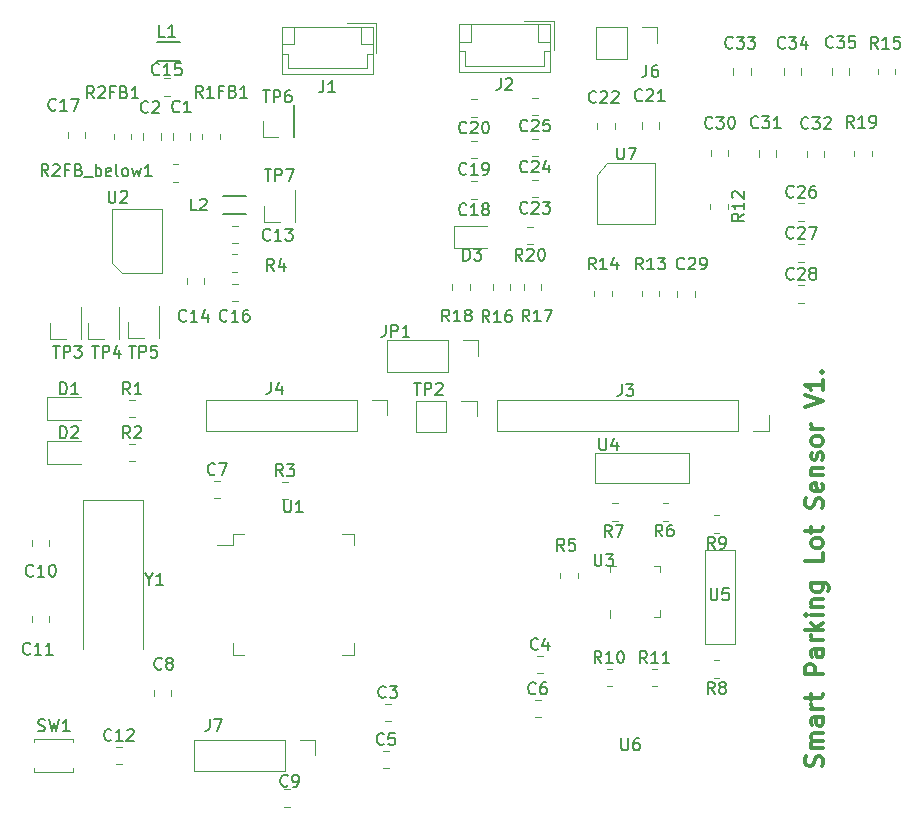
<source format=gbr>
%TF.GenerationSoftware,KiCad,Pcbnew,(5.1.8)-1*%
%TF.CreationDate,2021-01-16T10:33:32-08:00*%
%TF.ProjectId,spl_prototype,73706c5f-7072-46f7-946f-747970652e6b,rev?*%
%TF.SameCoordinates,Original*%
%TF.FileFunction,Legend,Top*%
%TF.FilePolarity,Positive*%
%FSLAX46Y46*%
G04 Gerber Fmt 4.6, Leading zero omitted, Abs format (unit mm)*
G04 Created by KiCad (PCBNEW (5.1.8)-1) date 2021-01-16 10:33:32*
%MOMM*%
%LPD*%
G01*
G04 APERTURE LIST*
%ADD10C,0.300000*%
%ADD11C,0.120000*%
%ADD12C,0.127000*%
%ADD13C,0.150000*%
G04 APERTURE END LIST*
D10*
X157357142Y-83814285D02*
X157428571Y-83600000D01*
X157428571Y-83242857D01*
X157357142Y-83100000D01*
X157285714Y-83028571D01*
X157142857Y-82957142D01*
X157000000Y-82957142D01*
X156857142Y-83028571D01*
X156785714Y-83100000D01*
X156714285Y-83242857D01*
X156642857Y-83528571D01*
X156571428Y-83671428D01*
X156500000Y-83742857D01*
X156357142Y-83814285D01*
X156214285Y-83814285D01*
X156071428Y-83742857D01*
X156000000Y-83671428D01*
X155928571Y-83528571D01*
X155928571Y-83171428D01*
X156000000Y-82957142D01*
X157428571Y-82314285D02*
X156428571Y-82314285D01*
X156571428Y-82314285D02*
X156500000Y-82242857D01*
X156428571Y-82100000D01*
X156428571Y-81885714D01*
X156500000Y-81742857D01*
X156642857Y-81671428D01*
X157428571Y-81671428D01*
X156642857Y-81671428D02*
X156500000Y-81600000D01*
X156428571Y-81457142D01*
X156428571Y-81242857D01*
X156500000Y-81100000D01*
X156642857Y-81028571D01*
X157428571Y-81028571D01*
X157428571Y-79671428D02*
X156642857Y-79671428D01*
X156500000Y-79742857D01*
X156428571Y-79885714D01*
X156428571Y-80171428D01*
X156500000Y-80314285D01*
X157357142Y-79671428D02*
X157428571Y-79814285D01*
X157428571Y-80171428D01*
X157357142Y-80314285D01*
X157214285Y-80385714D01*
X157071428Y-80385714D01*
X156928571Y-80314285D01*
X156857142Y-80171428D01*
X156857142Y-79814285D01*
X156785714Y-79671428D01*
X157428571Y-78957142D02*
X156428571Y-78957142D01*
X156714285Y-78957142D02*
X156571428Y-78885714D01*
X156500000Y-78814285D01*
X156428571Y-78671428D01*
X156428571Y-78528571D01*
X156428571Y-78242857D02*
X156428571Y-77671428D01*
X155928571Y-78028571D02*
X157214285Y-78028571D01*
X157357142Y-77957142D01*
X157428571Y-77814285D01*
X157428571Y-77671428D01*
X157428571Y-76028571D02*
X155928571Y-76028571D01*
X155928571Y-75457142D01*
X156000000Y-75314285D01*
X156071428Y-75242857D01*
X156214285Y-75171428D01*
X156428571Y-75171428D01*
X156571428Y-75242857D01*
X156642857Y-75314285D01*
X156714285Y-75457142D01*
X156714285Y-76028571D01*
X157428571Y-73885714D02*
X156642857Y-73885714D01*
X156500000Y-73957142D01*
X156428571Y-74100000D01*
X156428571Y-74385714D01*
X156500000Y-74528571D01*
X157357142Y-73885714D02*
X157428571Y-74028571D01*
X157428571Y-74385714D01*
X157357142Y-74528571D01*
X157214285Y-74600000D01*
X157071428Y-74600000D01*
X156928571Y-74528571D01*
X156857142Y-74385714D01*
X156857142Y-74028571D01*
X156785714Y-73885714D01*
X157428571Y-73171428D02*
X156428571Y-73171428D01*
X156714285Y-73171428D02*
X156571428Y-73100000D01*
X156500000Y-73028571D01*
X156428571Y-72885714D01*
X156428571Y-72742857D01*
X157428571Y-72242857D02*
X155928571Y-72242857D01*
X156857142Y-72100000D02*
X157428571Y-71671428D01*
X156428571Y-71671428D02*
X157000000Y-72242857D01*
X157428571Y-71028571D02*
X156428571Y-71028571D01*
X155928571Y-71028571D02*
X156000000Y-71100000D01*
X156071428Y-71028571D01*
X156000000Y-70957142D01*
X155928571Y-71028571D01*
X156071428Y-71028571D01*
X156428571Y-70314285D02*
X157428571Y-70314285D01*
X156571428Y-70314285D02*
X156500000Y-70242857D01*
X156428571Y-70100000D01*
X156428571Y-69885714D01*
X156500000Y-69742857D01*
X156642857Y-69671428D01*
X157428571Y-69671428D01*
X156428571Y-68314285D02*
X157642857Y-68314285D01*
X157785714Y-68385714D01*
X157857142Y-68457142D01*
X157928571Y-68600000D01*
X157928571Y-68814285D01*
X157857142Y-68957142D01*
X157357142Y-68314285D02*
X157428571Y-68457142D01*
X157428571Y-68742857D01*
X157357142Y-68885714D01*
X157285714Y-68957142D01*
X157142857Y-69028571D01*
X156714285Y-69028571D01*
X156571428Y-68957142D01*
X156500000Y-68885714D01*
X156428571Y-68742857D01*
X156428571Y-68457142D01*
X156500000Y-68314285D01*
X157428571Y-65742857D02*
X157428571Y-66457142D01*
X155928571Y-66457142D01*
X157428571Y-65028571D02*
X157357142Y-65171428D01*
X157285714Y-65242857D01*
X157142857Y-65314285D01*
X156714285Y-65314285D01*
X156571428Y-65242857D01*
X156500000Y-65171428D01*
X156428571Y-65028571D01*
X156428571Y-64814285D01*
X156500000Y-64671428D01*
X156571428Y-64600000D01*
X156714285Y-64528571D01*
X157142857Y-64528571D01*
X157285714Y-64600000D01*
X157357142Y-64671428D01*
X157428571Y-64814285D01*
X157428571Y-65028571D01*
X156428571Y-64100000D02*
X156428571Y-63528571D01*
X155928571Y-63885714D02*
X157214285Y-63885714D01*
X157357142Y-63814285D01*
X157428571Y-63671428D01*
X157428571Y-63528571D01*
X157357142Y-61957142D02*
X157428571Y-61742857D01*
X157428571Y-61385714D01*
X157357142Y-61242857D01*
X157285714Y-61171428D01*
X157142857Y-61100000D01*
X157000000Y-61100000D01*
X156857142Y-61171428D01*
X156785714Y-61242857D01*
X156714285Y-61385714D01*
X156642857Y-61671428D01*
X156571428Y-61814285D01*
X156500000Y-61885714D01*
X156357142Y-61957142D01*
X156214285Y-61957142D01*
X156071428Y-61885714D01*
X156000000Y-61814285D01*
X155928571Y-61671428D01*
X155928571Y-61314285D01*
X156000000Y-61100000D01*
X157357142Y-59885714D02*
X157428571Y-60028571D01*
X157428571Y-60314285D01*
X157357142Y-60457142D01*
X157214285Y-60528571D01*
X156642857Y-60528571D01*
X156500000Y-60457142D01*
X156428571Y-60314285D01*
X156428571Y-60028571D01*
X156500000Y-59885714D01*
X156642857Y-59814285D01*
X156785714Y-59814285D01*
X156928571Y-60528571D01*
X156428571Y-59171428D02*
X157428571Y-59171428D01*
X156571428Y-59171428D02*
X156500000Y-59100000D01*
X156428571Y-58957142D01*
X156428571Y-58742857D01*
X156500000Y-58600000D01*
X156642857Y-58528571D01*
X157428571Y-58528571D01*
X157357142Y-57885714D02*
X157428571Y-57742857D01*
X157428571Y-57457142D01*
X157357142Y-57314285D01*
X157214285Y-57242857D01*
X157142857Y-57242857D01*
X157000000Y-57314285D01*
X156928571Y-57457142D01*
X156928571Y-57671428D01*
X156857142Y-57814285D01*
X156714285Y-57885714D01*
X156642857Y-57885714D01*
X156500000Y-57814285D01*
X156428571Y-57671428D01*
X156428571Y-57457142D01*
X156500000Y-57314285D01*
X157428571Y-56385714D02*
X157357142Y-56528571D01*
X157285714Y-56600000D01*
X157142857Y-56671428D01*
X156714285Y-56671428D01*
X156571428Y-56600000D01*
X156500000Y-56528571D01*
X156428571Y-56385714D01*
X156428571Y-56171428D01*
X156500000Y-56028571D01*
X156571428Y-55957142D01*
X156714285Y-55885714D01*
X157142857Y-55885714D01*
X157285714Y-55957142D01*
X157357142Y-56028571D01*
X157428571Y-56171428D01*
X157428571Y-56385714D01*
X157428571Y-55242857D02*
X156428571Y-55242857D01*
X156714285Y-55242857D02*
X156571428Y-55171428D01*
X156500000Y-55100000D01*
X156428571Y-54957142D01*
X156428571Y-54814285D01*
X155928571Y-53385714D02*
X157428571Y-52885714D01*
X155928571Y-52385714D01*
X157428571Y-51100000D02*
X157428571Y-51957142D01*
X157428571Y-51528571D02*
X155928571Y-51528571D01*
X156142857Y-51671428D01*
X156285714Y-51814285D01*
X156357142Y-51957142D01*
X157285714Y-50457142D02*
X157357142Y-50385714D01*
X157428571Y-50457142D01*
X157357142Y-50528571D01*
X157285714Y-50457142D01*
X157428571Y-50457142D01*
D11*
%TO.C,U5*%
X147430000Y-73500000D02*
X147430000Y-65500000D01*
X149970000Y-73500000D02*
X147430000Y-73500000D01*
X149970000Y-65500000D02*
X149970000Y-73500000D01*
X149970000Y-65500000D02*
X147430000Y-65500000D01*
%TO.C,U4*%
X138100000Y-57330000D02*
X146100000Y-57330000D01*
X138100000Y-59870000D02*
X138100000Y-57330000D01*
X146100000Y-59870000D02*
X138100000Y-59870000D01*
X146100000Y-59870000D02*
X146100000Y-57330000D01*
%TO.C,J6*%
X138180000Y-21270000D02*
X138180000Y-23930000D01*
X140780000Y-21270000D02*
X138180000Y-21270000D01*
X140780000Y-23930000D02*
X138180000Y-23930000D01*
X140780000Y-21270000D02*
X140780000Y-23930000D01*
X142050000Y-21270000D02*
X143380000Y-21270000D01*
X143380000Y-21270000D02*
X143380000Y-22600000D01*
%TO.C,U7*%
X138310000Y-37950000D02*
X138310000Y-33780000D01*
X143210000Y-37950000D02*
X138310000Y-37950000D01*
X143210000Y-32750000D02*
X143210000Y-37950000D01*
X139110000Y-32750000D02*
X143210000Y-32750000D01*
X138310000Y-33780000D02*
X139110000Y-32750000D01*
%TO.C,U3*%
X139350000Y-67400000D02*
X139350000Y-66850000D01*
X139350000Y-66850000D02*
X139900000Y-66850000D01*
X143650000Y-67400000D02*
X143650000Y-66850000D01*
X143650000Y-66850000D02*
X143100000Y-66850000D01*
X143650000Y-70600000D02*
X143650000Y-71150000D01*
X143650000Y-71150000D02*
X143100000Y-71150000D01*
X139350000Y-70600000D02*
X139350000Y-71225000D01*
%TO.C,TP2*%
X128130000Y-52870000D02*
X128130000Y-54200000D01*
X126800000Y-52870000D02*
X128130000Y-52870000D01*
X125530000Y-52870000D02*
X125530000Y-55530000D01*
X125530000Y-55530000D02*
X122930000Y-55530000D01*
X125530000Y-52870000D02*
X122930000Y-52870000D01*
X122930000Y-52870000D02*
X122930000Y-55530000D01*
%TO.C,SW1*%
X93950000Y-81500000D02*
X93950000Y-81800000D01*
X90650000Y-81500000D02*
X93950000Y-81500000D01*
X90650000Y-81800000D02*
X90650000Y-81500000D01*
X93950000Y-84300000D02*
X93950000Y-84000000D01*
X90650000Y-84300000D02*
X93950000Y-84300000D01*
X90650000Y-84000000D02*
X90650000Y-84300000D01*
%TO.C,Y1*%
X94770000Y-61290000D02*
X94770000Y-73890000D01*
X99870000Y-61290000D02*
X94770000Y-61290000D01*
X99870000Y-73890000D02*
X99870000Y-61290000D01*
D12*
%TO.C,L2*%
X108600000Y-37100000D02*
X106600000Y-37100000D01*
X106600000Y-35500000D02*
X108600000Y-35500000D01*
%TO.C,L1*%
X103000000Y-24100000D02*
X101000000Y-24100000D01*
X101000000Y-22500000D02*
X103000000Y-22500000D01*
D11*
%TO.C,U2*%
X101475000Y-42040000D02*
X98025000Y-42040000D01*
X101475000Y-36640000D02*
X101475000Y-42040000D01*
X97225000Y-36640000D02*
X101475000Y-36640000D01*
X97225000Y-41240000D02*
X97225000Y-36640000D01*
X98025000Y-42040000D02*
X97225000Y-41240000D01*
%TO.C,U1*%
X107450000Y-65100000D02*
X106110000Y-65100000D01*
X107450000Y-64150000D02*
X107450000Y-65100000D01*
X108400000Y-64150000D02*
X107450000Y-64150000D01*
X117670000Y-64150000D02*
X117670000Y-65100000D01*
X116720000Y-64150000D02*
X117670000Y-64150000D01*
X107450000Y-74370000D02*
X107450000Y-73420000D01*
X108400000Y-74370000D02*
X107450000Y-74370000D01*
X117670000Y-74370000D02*
X117670000Y-73420000D01*
X116720000Y-74370000D02*
X117670000Y-74370000D01*
%TO.C,TP7*%
X110070000Y-37730000D02*
X110070000Y-36400000D01*
X111400000Y-37730000D02*
X110070000Y-37730000D01*
X112670000Y-37730000D02*
X112670000Y-35070000D01*
X112670000Y-35070000D02*
X112730000Y-35070000D01*
X112670000Y-37730000D02*
X112730000Y-37730000D01*
X112730000Y-37730000D02*
X112730000Y-35070000D01*
%TO.C,TP6*%
X109970000Y-30530000D02*
X109970000Y-29200000D01*
X111300000Y-30530000D02*
X109970000Y-30530000D01*
X112570000Y-30530000D02*
X112570000Y-27870000D01*
X112570000Y-27870000D02*
X112630000Y-27870000D01*
X112570000Y-30530000D02*
X112630000Y-30530000D01*
X112630000Y-30530000D02*
X112630000Y-27870000D01*
%TO.C,TP5*%
X98570000Y-47530000D02*
X98570000Y-46200000D01*
X99900000Y-47530000D02*
X98570000Y-47530000D01*
X101170000Y-47530000D02*
X101170000Y-44870000D01*
X101170000Y-44870000D02*
X101230000Y-44870000D01*
X101170000Y-47530000D02*
X101230000Y-47530000D01*
X101230000Y-47530000D02*
X101230000Y-44870000D01*
%TO.C,TP4*%
X95170000Y-47630000D02*
X95170000Y-46300000D01*
X96500000Y-47630000D02*
X95170000Y-47630000D01*
X97770000Y-47630000D02*
X97770000Y-44970000D01*
X97770000Y-44970000D02*
X97830000Y-44970000D01*
X97770000Y-47630000D02*
X97830000Y-47630000D01*
X97830000Y-47630000D02*
X97830000Y-44970000D01*
%TO.C,TP3*%
X91970000Y-47630000D02*
X91970000Y-46300000D01*
X93300000Y-47630000D02*
X91970000Y-47630000D01*
X94570000Y-47630000D02*
X94570000Y-44970000D01*
X94570000Y-44970000D02*
X94630000Y-44970000D01*
X94570000Y-47630000D02*
X94630000Y-47630000D01*
X94630000Y-47630000D02*
X94630000Y-44970000D01*
%TO.C,R2FB_below1*%
X102372936Y-34335000D02*
X102827064Y-34335000D01*
X102372936Y-32865000D02*
X102827064Y-32865000D01*
%TO.C,R2FB1*%
X97365000Y-30272936D02*
X97365000Y-30727064D01*
X98835000Y-30272936D02*
X98835000Y-30727064D01*
%TO.C,R1FB1*%
X104865000Y-30272936D02*
X104865000Y-30727064D01*
X106335000Y-30272936D02*
X106335000Y-30727064D01*
%TO.C,R20*%
X132827064Y-38165000D02*
X132372936Y-38165000D01*
X132827064Y-39635000D02*
X132372936Y-39635000D01*
%TO.C,R19*%
X160075000Y-31692936D02*
X160075000Y-32147064D01*
X161545000Y-31692936D02*
X161545000Y-32147064D01*
%TO.C,R18*%
X127485000Y-43477064D02*
X127485000Y-43022936D01*
X126015000Y-43477064D02*
X126015000Y-43022936D01*
%TO.C,R17*%
X132065000Y-43022936D02*
X132065000Y-43477064D01*
X133535000Y-43022936D02*
X133535000Y-43477064D01*
%TO.C,R16*%
X130935000Y-43477064D02*
X130935000Y-43022936D01*
X129465000Y-43477064D02*
X129465000Y-43022936D01*
%TO.C,R15*%
X163535000Y-25197064D02*
X163535000Y-24742936D01*
X162065000Y-25197064D02*
X162065000Y-24742936D01*
%TO.C,R14*%
X138065000Y-43572936D02*
X138065000Y-44027064D01*
X139535000Y-43572936D02*
X139535000Y-44027064D01*
%TO.C,R13*%
X143535000Y-44027064D02*
X143535000Y-43572936D01*
X142065000Y-44027064D02*
X142065000Y-43572936D01*
%TO.C,R12*%
X147865000Y-36172936D02*
X147865000Y-36627064D01*
X149335000Y-36172936D02*
X149335000Y-36627064D01*
%TO.C,R11*%
X142922936Y-77035000D02*
X143377064Y-77035000D01*
X142922936Y-75565000D02*
X143377064Y-75565000D01*
%TO.C,R10*%
X139577064Y-75565000D02*
X139122936Y-75565000D01*
X139577064Y-77035000D02*
X139122936Y-77035000D01*
%TO.C,R9*%
X148627064Y-62565000D02*
X148172936Y-62565000D01*
X148627064Y-64035000D02*
X148172936Y-64035000D01*
%TO.C,R8*%
X148627064Y-74865000D02*
X148172936Y-74865000D01*
X148627064Y-76335000D02*
X148172936Y-76335000D01*
%TO.C,R7*%
X140027064Y-61565000D02*
X139572936Y-61565000D01*
X140027064Y-63035000D02*
X139572936Y-63035000D01*
%TO.C,R6*%
X143872936Y-63035000D02*
X144327064Y-63035000D01*
X143872936Y-61565000D02*
X144327064Y-61565000D01*
%TO.C,R5*%
X136635000Y-67877064D02*
X136635000Y-67422936D01*
X135165000Y-67877064D02*
X135165000Y-67422936D01*
%TO.C,R4*%
X107827064Y-40465000D02*
X107372936Y-40465000D01*
X107827064Y-41935000D02*
X107372936Y-41935000D01*
%TO.C,R3*%
X111622936Y-61185000D02*
X112077064Y-61185000D01*
X111622936Y-59715000D02*
X112077064Y-59715000D01*
%TO.C,R2*%
X98692936Y-57975000D02*
X99147064Y-57975000D01*
X98692936Y-56505000D02*
X99147064Y-56505000D01*
%TO.C,R1*%
X98692936Y-54255000D02*
X99147064Y-54255000D01*
X98692936Y-52785000D02*
X99147064Y-52785000D01*
%TO.C,JP1*%
X128230000Y-47770000D02*
X128230000Y-49100000D01*
X126900000Y-47770000D02*
X128230000Y-47770000D01*
X125630000Y-47770000D02*
X125630000Y-50430000D01*
X125630000Y-50430000D02*
X120490000Y-50430000D01*
X125630000Y-47770000D02*
X120490000Y-47770000D01*
X120490000Y-47770000D02*
X120490000Y-50430000D01*
%TO.C,J7*%
X114430000Y-81570000D02*
X114430000Y-82900000D01*
X113100000Y-81570000D02*
X114430000Y-81570000D01*
X111830000Y-81570000D02*
X111830000Y-84230000D01*
X111830000Y-84230000D02*
X104150000Y-84230000D01*
X111830000Y-81570000D02*
X104150000Y-81570000D01*
X104150000Y-81570000D02*
X104150000Y-84230000D01*
%TO.C,J4*%
X120530000Y-52770000D02*
X120530000Y-54100000D01*
X119200000Y-52770000D02*
X120530000Y-52770000D01*
X117930000Y-52770000D02*
X117930000Y-55430000D01*
X117930000Y-55430000D02*
X105170000Y-55430000D01*
X117930000Y-52770000D02*
X105170000Y-52770000D01*
X105170000Y-52770000D02*
X105170000Y-55430000D01*
%TO.C,J3*%
X152830000Y-54100000D02*
X152830000Y-55430000D01*
X152830000Y-55430000D02*
X151500000Y-55430000D01*
X150230000Y-55430000D02*
X129850000Y-55430000D01*
X129850000Y-52770000D02*
X129850000Y-55430000D01*
X150230000Y-52770000D02*
X129850000Y-52770000D01*
X150230000Y-52770000D02*
X150230000Y-55430000D01*
%TO.C,J2*%
X134610000Y-20690000D02*
X132110000Y-20690000D01*
X134610000Y-23190000D02*
X134610000Y-20690000D01*
X127590000Y-22490000D02*
X127590000Y-20990000D01*
X126590000Y-22490000D02*
X127590000Y-22490000D01*
X133310000Y-22490000D02*
X133310000Y-20990000D01*
X134310000Y-22490000D02*
X133310000Y-22490000D01*
X127090000Y-23300000D02*
X126590000Y-23300000D01*
X127090000Y-24510000D02*
X127090000Y-23300000D01*
X133810000Y-24510000D02*
X127090000Y-24510000D01*
X133810000Y-23300000D02*
X133810000Y-24510000D01*
X134310000Y-23300000D02*
X133810000Y-23300000D01*
X126590000Y-25010000D02*
X134310000Y-25010000D01*
X126590000Y-20990000D02*
X126590000Y-25010000D01*
X134310000Y-20990000D02*
X126590000Y-20990000D01*
X134310000Y-25010000D02*
X134310000Y-20990000D01*
%TO.C,J1*%
X119610000Y-20890000D02*
X117110000Y-20890000D01*
X119610000Y-23390000D02*
X119610000Y-20890000D01*
X112590000Y-22690000D02*
X112590000Y-21190000D01*
X111590000Y-22690000D02*
X112590000Y-22690000D01*
X118310000Y-22690000D02*
X118310000Y-21190000D01*
X119310000Y-22690000D02*
X118310000Y-22690000D01*
X112090000Y-23500000D02*
X111590000Y-23500000D01*
X112090000Y-24710000D02*
X112090000Y-23500000D01*
X118810000Y-24710000D02*
X112090000Y-24710000D01*
X118810000Y-23500000D02*
X118810000Y-24710000D01*
X119310000Y-23500000D02*
X118810000Y-23500000D01*
X111590000Y-25210000D02*
X119310000Y-25210000D01*
X111590000Y-21190000D02*
X111590000Y-25210000D01*
X119310000Y-21190000D02*
X111590000Y-21190000D01*
X119310000Y-25210000D02*
X119310000Y-21190000D01*
%TO.C,D3*%
X126140000Y-39960000D02*
X129000000Y-39960000D01*
X126140000Y-38040000D02*
X126140000Y-39960000D01*
X129000000Y-38040000D02*
X126140000Y-38040000D01*
%TO.C,D2*%
X91710000Y-58200000D02*
X94570000Y-58200000D01*
X91710000Y-56280000D02*
X91710000Y-58200000D01*
X94570000Y-56280000D02*
X91710000Y-56280000D01*
%TO.C,D1*%
X91710000Y-54480000D02*
X94570000Y-54480000D01*
X91710000Y-52560000D02*
X91710000Y-54480000D01*
X94570000Y-52560000D02*
X91710000Y-52560000D01*
%TO.C,C35*%
X158165000Y-24738748D02*
X158165000Y-25261252D01*
X159635000Y-24738748D02*
X159635000Y-25261252D01*
%TO.C,C34*%
X154115000Y-24738748D02*
X154115000Y-25261252D01*
X155585000Y-24738748D02*
X155585000Y-25261252D01*
%TO.C,C33*%
X149815000Y-24738748D02*
X149815000Y-25261252D01*
X151285000Y-24738748D02*
X151285000Y-25261252D01*
%TO.C,C32*%
X157511666Y-32211252D02*
X157511666Y-31688748D01*
X156041666Y-32211252D02*
X156041666Y-31688748D01*
%TO.C,C31*%
X153448333Y-32201252D02*
X153448333Y-31678748D01*
X151978333Y-32201252D02*
X151978333Y-31678748D01*
%TO.C,C30*%
X149385000Y-32191252D02*
X149385000Y-31668748D01*
X147915000Y-32191252D02*
X147915000Y-31668748D01*
%TO.C,C29*%
X145065000Y-43538748D02*
X145065000Y-44061252D01*
X146535000Y-43538748D02*
X146535000Y-44061252D01*
%TO.C,C28*%
X155308748Y-44585000D02*
X155831252Y-44585000D01*
X155308748Y-43115000D02*
X155831252Y-43115000D01*
%TO.C,C27*%
X155308748Y-41107000D02*
X155831252Y-41107000D01*
X155308748Y-39637000D02*
X155831252Y-39637000D01*
%TO.C,C26*%
X155308748Y-37629000D02*
X155831252Y-37629000D01*
X155308748Y-36159000D02*
X155831252Y-36159000D01*
%TO.C,C25*%
X133291252Y-27199000D02*
X132768748Y-27199000D01*
X133291252Y-28669000D02*
X132768748Y-28669000D01*
%TO.C,C24*%
X133291252Y-30677000D02*
X132768748Y-30677000D01*
X133291252Y-32147000D02*
X132768748Y-32147000D01*
%TO.C,C23*%
X133291252Y-34155000D02*
X132768748Y-34155000D01*
X133291252Y-35625000D02*
X132768748Y-35625000D01*
%TO.C,C22*%
X139785000Y-29861252D02*
X139785000Y-29338748D01*
X138315000Y-29861252D02*
X138315000Y-29338748D01*
%TO.C,C21*%
X143535000Y-29831252D02*
X143535000Y-29308748D01*
X142065000Y-29831252D02*
X142065000Y-29308748D01*
%TO.C,C20*%
X128123752Y-27365000D02*
X127601248Y-27365000D01*
X128123752Y-28835000D02*
X127601248Y-28835000D01*
%TO.C,C19*%
X128123752Y-30865000D02*
X127601248Y-30865000D01*
X128123752Y-32335000D02*
X127601248Y-32335000D01*
%TO.C,C18*%
X128123752Y-34305000D02*
X127601248Y-34305000D01*
X128123752Y-35775000D02*
X127601248Y-35775000D01*
%TO.C,C17*%
X94935000Y-30661252D02*
X94935000Y-30138748D01*
X93465000Y-30661252D02*
X93465000Y-30138748D01*
%TO.C,C16*%
X107338748Y-44435000D02*
X107861252Y-44435000D01*
X107338748Y-42965000D02*
X107861252Y-42965000D01*
%TO.C,C15*%
X101601248Y-27035000D02*
X102123752Y-27035000D01*
X101601248Y-25565000D02*
X102123752Y-25565000D01*
%TO.C,C14*%
X105035000Y-42961252D02*
X105035000Y-42438748D01*
X103565000Y-42961252D02*
X103565000Y-42438748D01*
%TO.C,C13*%
X107861252Y-38065000D02*
X107338748Y-38065000D01*
X107861252Y-39535000D02*
X107338748Y-39535000D01*
%TO.C,C12*%
X97538748Y-83635000D02*
X98061252Y-83635000D01*
X97538748Y-82165000D02*
X98061252Y-82165000D01*
%TO.C,C11*%
X91885000Y-71611252D02*
X91885000Y-71088748D01*
X90415000Y-71611252D02*
X90415000Y-71088748D01*
%TO.C,C10*%
X90415000Y-64651248D02*
X90415000Y-65173752D01*
X91885000Y-64651248D02*
X91885000Y-65173752D01*
%TO.C,C9*%
X112261252Y-85765000D02*
X111738748Y-85765000D01*
X112261252Y-87235000D02*
X111738748Y-87235000D01*
%TO.C,C8*%
X100765000Y-77388748D02*
X100765000Y-77911252D01*
X102235000Y-77388748D02*
X102235000Y-77911252D01*
%TO.C,C7*%
X105838748Y-61135000D02*
X106361252Y-61135000D01*
X105838748Y-59665000D02*
X106361252Y-59665000D01*
%TO.C,C6*%
X132988748Y-79685000D02*
X133511252Y-79685000D01*
X132988748Y-78215000D02*
X133511252Y-78215000D01*
%TO.C,C5*%
X120138748Y-83985000D02*
X120661252Y-83985000D01*
X120138748Y-82515000D02*
X120661252Y-82515000D01*
%TO.C,C4*%
X133188748Y-75935000D02*
X133711252Y-75935000D01*
X133188748Y-74465000D02*
X133711252Y-74465000D01*
%TO.C,C3*%
X120288748Y-79985000D02*
X120811252Y-79985000D01*
X120288748Y-78515000D02*
X120811252Y-78515000D01*
%TO.C,C2*%
X99865000Y-30238748D02*
X99865000Y-30761252D01*
X101335000Y-30238748D02*
X101335000Y-30761252D01*
%TO.C,C1*%
X102365000Y-30238748D02*
X102365000Y-30761252D01*
X103835000Y-30238748D02*
X103835000Y-30761252D01*
%TO.C,U5*%
D13*
X147898095Y-68762380D02*
X147898095Y-69571904D01*
X147945714Y-69667142D01*
X147993333Y-69714761D01*
X148088571Y-69762380D01*
X148279047Y-69762380D01*
X148374285Y-69714761D01*
X148421904Y-69667142D01*
X148469523Y-69571904D01*
X148469523Y-68762380D01*
X149421904Y-68762380D02*
X148945714Y-68762380D01*
X148898095Y-69238571D01*
X148945714Y-69190952D01*
X149040952Y-69143333D01*
X149279047Y-69143333D01*
X149374285Y-69190952D01*
X149421904Y-69238571D01*
X149469523Y-69333809D01*
X149469523Y-69571904D01*
X149421904Y-69667142D01*
X149374285Y-69714761D01*
X149279047Y-69762380D01*
X149040952Y-69762380D01*
X148945714Y-69714761D01*
X148898095Y-69667142D01*
%TO.C,U4*%
X138488095Y-56052380D02*
X138488095Y-56861904D01*
X138535714Y-56957142D01*
X138583333Y-57004761D01*
X138678571Y-57052380D01*
X138869047Y-57052380D01*
X138964285Y-57004761D01*
X139011904Y-56957142D01*
X139059523Y-56861904D01*
X139059523Y-56052380D01*
X139964285Y-56385714D02*
X139964285Y-57052380D01*
X139726190Y-56004761D02*
X139488095Y-56719047D01*
X140107142Y-56719047D01*
%TO.C,J6*%
X142466666Y-24452380D02*
X142466666Y-25166666D01*
X142419047Y-25309523D01*
X142323809Y-25404761D01*
X142180952Y-25452380D01*
X142085714Y-25452380D01*
X143371428Y-24452380D02*
X143180952Y-24452380D01*
X143085714Y-24500000D01*
X143038095Y-24547619D01*
X142942857Y-24690476D01*
X142895238Y-24880952D01*
X142895238Y-25261904D01*
X142942857Y-25357142D01*
X142990476Y-25404761D01*
X143085714Y-25452380D01*
X143276190Y-25452380D01*
X143371428Y-25404761D01*
X143419047Y-25357142D01*
X143466666Y-25261904D01*
X143466666Y-25023809D01*
X143419047Y-24928571D01*
X143371428Y-24880952D01*
X143276190Y-24833333D01*
X143085714Y-24833333D01*
X142990476Y-24880952D01*
X142942857Y-24928571D01*
X142895238Y-25023809D01*
%TO.C,U7*%
X139998095Y-31432380D02*
X139998095Y-32241904D01*
X140045714Y-32337142D01*
X140093333Y-32384761D01*
X140188571Y-32432380D01*
X140379047Y-32432380D01*
X140474285Y-32384761D01*
X140521904Y-32337142D01*
X140569523Y-32241904D01*
X140569523Y-31432380D01*
X140950476Y-31432380D02*
X141617142Y-31432380D01*
X141188571Y-32432380D01*
%TO.C,U3*%
X138078095Y-65862380D02*
X138078095Y-66671904D01*
X138125714Y-66767142D01*
X138173333Y-66814761D01*
X138268571Y-66862380D01*
X138459047Y-66862380D01*
X138554285Y-66814761D01*
X138601904Y-66767142D01*
X138649523Y-66671904D01*
X138649523Y-65862380D01*
X139030476Y-65862380D02*
X139649523Y-65862380D01*
X139316190Y-66243333D01*
X139459047Y-66243333D01*
X139554285Y-66290952D01*
X139601904Y-66338571D01*
X139649523Y-66433809D01*
X139649523Y-66671904D01*
X139601904Y-66767142D01*
X139554285Y-66814761D01*
X139459047Y-66862380D01*
X139173333Y-66862380D01*
X139078095Y-66814761D01*
X139030476Y-66767142D01*
%TO.C,TP2*%
X122788095Y-51352380D02*
X123359523Y-51352380D01*
X123073809Y-52352380D02*
X123073809Y-51352380D01*
X123692857Y-52352380D02*
X123692857Y-51352380D01*
X124073809Y-51352380D01*
X124169047Y-51400000D01*
X124216666Y-51447619D01*
X124264285Y-51542857D01*
X124264285Y-51685714D01*
X124216666Y-51780952D01*
X124169047Y-51828571D01*
X124073809Y-51876190D01*
X123692857Y-51876190D01*
X124645238Y-51447619D02*
X124692857Y-51400000D01*
X124788095Y-51352380D01*
X125026190Y-51352380D01*
X125121428Y-51400000D01*
X125169047Y-51447619D01*
X125216666Y-51542857D01*
X125216666Y-51638095D01*
X125169047Y-51780952D01*
X124597619Y-52352380D01*
X125216666Y-52352380D01*
%TO.C,SW1*%
X90966666Y-80804761D02*
X91109523Y-80852380D01*
X91347619Y-80852380D01*
X91442857Y-80804761D01*
X91490476Y-80757142D01*
X91538095Y-80661904D01*
X91538095Y-80566666D01*
X91490476Y-80471428D01*
X91442857Y-80423809D01*
X91347619Y-80376190D01*
X91157142Y-80328571D01*
X91061904Y-80280952D01*
X91014285Y-80233333D01*
X90966666Y-80138095D01*
X90966666Y-80042857D01*
X91014285Y-79947619D01*
X91061904Y-79900000D01*
X91157142Y-79852380D01*
X91395238Y-79852380D01*
X91538095Y-79900000D01*
X91871428Y-79852380D02*
X92109523Y-80852380D01*
X92300000Y-80138095D01*
X92490476Y-80852380D01*
X92728571Y-79852380D01*
X93633333Y-80852380D02*
X93061904Y-80852380D01*
X93347619Y-80852380D02*
X93347619Y-79852380D01*
X93252380Y-79995238D01*
X93157142Y-80090476D01*
X93061904Y-80138095D01*
%TO.C,Y1*%
X100361809Y-67966190D02*
X100361809Y-68442380D01*
X100028476Y-67442380D02*
X100361809Y-67966190D01*
X100695142Y-67442380D01*
X101552285Y-68442380D02*
X100980857Y-68442380D01*
X101266571Y-68442380D02*
X101266571Y-67442380D01*
X101171333Y-67585238D01*
X101076095Y-67680476D01*
X100980857Y-67728095D01*
%TO.C,L2*%
X104383333Y-36752380D02*
X103907142Y-36752380D01*
X103907142Y-35752380D01*
X104669047Y-35847619D02*
X104716666Y-35800000D01*
X104811904Y-35752380D01*
X105050000Y-35752380D01*
X105145238Y-35800000D01*
X105192857Y-35847619D01*
X105240476Y-35942857D01*
X105240476Y-36038095D01*
X105192857Y-36180952D01*
X104621428Y-36752380D01*
X105240476Y-36752380D01*
%TO.C,L1*%
X101687333Y-22042380D02*
X101211142Y-22042380D01*
X101211142Y-21042380D01*
X102544476Y-22042380D02*
X101973047Y-22042380D01*
X102258761Y-22042380D02*
X102258761Y-21042380D01*
X102163523Y-21185238D01*
X102068285Y-21280476D01*
X101973047Y-21328095D01*
%TO.C,U6*%
X140338095Y-81452380D02*
X140338095Y-82261904D01*
X140385714Y-82357142D01*
X140433333Y-82404761D01*
X140528571Y-82452380D01*
X140719047Y-82452380D01*
X140814285Y-82404761D01*
X140861904Y-82357142D01*
X140909523Y-82261904D01*
X140909523Y-81452380D01*
X141814285Y-81452380D02*
X141623809Y-81452380D01*
X141528571Y-81500000D01*
X141480952Y-81547619D01*
X141385714Y-81690476D01*
X141338095Y-81880952D01*
X141338095Y-82261904D01*
X141385714Y-82357142D01*
X141433333Y-82404761D01*
X141528571Y-82452380D01*
X141719047Y-82452380D01*
X141814285Y-82404761D01*
X141861904Y-82357142D01*
X141909523Y-82261904D01*
X141909523Y-82023809D01*
X141861904Y-81928571D01*
X141814285Y-81880952D01*
X141719047Y-81833333D01*
X141528571Y-81833333D01*
X141433333Y-81880952D01*
X141385714Y-81928571D01*
X141338095Y-82023809D01*
%TO.C,U2*%
X96938095Y-35102380D02*
X96938095Y-35911904D01*
X96985714Y-36007142D01*
X97033333Y-36054761D01*
X97128571Y-36102380D01*
X97319047Y-36102380D01*
X97414285Y-36054761D01*
X97461904Y-36007142D01*
X97509523Y-35911904D01*
X97509523Y-35102380D01*
X97938095Y-35197619D02*
X97985714Y-35150000D01*
X98080952Y-35102380D01*
X98319047Y-35102380D01*
X98414285Y-35150000D01*
X98461904Y-35197619D01*
X98509523Y-35292857D01*
X98509523Y-35388095D01*
X98461904Y-35530952D01*
X97890476Y-36102380D01*
X98509523Y-36102380D01*
%TO.C,U1*%
X111798095Y-61312380D02*
X111798095Y-62121904D01*
X111845714Y-62217142D01*
X111893333Y-62264761D01*
X111988571Y-62312380D01*
X112179047Y-62312380D01*
X112274285Y-62264761D01*
X112321904Y-62217142D01*
X112369523Y-62121904D01*
X112369523Y-61312380D01*
X113369523Y-62312380D02*
X112798095Y-62312380D01*
X113083809Y-62312380D02*
X113083809Y-61312380D01*
X112988571Y-61455238D01*
X112893333Y-61550476D01*
X112798095Y-61598095D01*
%TO.C,TP7*%
X110138095Y-33252380D02*
X110709523Y-33252380D01*
X110423809Y-34252380D02*
X110423809Y-33252380D01*
X111042857Y-34252380D02*
X111042857Y-33252380D01*
X111423809Y-33252380D01*
X111519047Y-33300000D01*
X111566666Y-33347619D01*
X111614285Y-33442857D01*
X111614285Y-33585714D01*
X111566666Y-33680952D01*
X111519047Y-33728571D01*
X111423809Y-33776190D01*
X111042857Y-33776190D01*
X111947619Y-33252380D02*
X112614285Y-33252380D01*
X112185714Y-34252380D01*
%TO.C,TP6*%
X109988095Y-26602380D02*
X110559523Y-26602380D01*
X110273809Y-27602380D02*
X110273809Y-26602380D01*
X110892857Y-27602380D02*
X110892857Y-26602380D01*
X111273809Y-26602380D01*
X111369047Y-26650000D01*
X111416666Y-26697619D01*
X111464285Y-26792857D01*
X111464285Y-26935714D01*
X111416666Y-27030952D01*
X111369047Y-27078571D01*
X111273809Y-27126190D01*
X110892857Y-27126190D01*
X112321428Y-26602380D02*
X112130952Y-26602380D01*
X112035714Y-26650000D01*
X111988095Y-26697619D01*
X111892857Y-26840476D01*
X111845238Y-27030952D01*
X111845238Y-27411904D01*
X111892857Y-27507142D01*
X111940476Y-27554761D01*
X112035714Y-27602380D01*
X112226190Y-27602380D01*
X112321428Y-27554761D01*
X112369047Y-27507142D01*
X112416666Y-27411904D01*
X112416666Y-27173809D01*
X112369047Y-27078571D01*
X112321428Y-27030952D01*
X112226190Y-26983333D01*
X112035714Y-26983333D01*
X111940476Y-27030952D01*
X111892857Y-27078571D01*
X111845238Y-27173809D01*
%TO.C,TP5*%
X98638095Y-48220380D02*
X99209523Y-48220380D01*
X98923809Y-49220380D02*
X98923809Y-48220380D01*
X99542857Y-49220380D02*
X99542857Y-48220380D01*
X99923809Y-48220380D01*
X100019047Y-48268000D01*
X100066666Y-48315619D01*
X100114285Y-48410857D01*
X100114285Y-48553714D01*
X100066666Y-48648952D01*
X100019047Y-48696571D01*
X99923809Y-48744190D01*
X99542857Y-48744190D01*
X101019047Y-48220380D02*
X100542857Y-48220380D01*
X100495238Y-48696571D01*
X100542857Y-48648952D01*
X100638095Y-48601333D01*
X100876190Y-48601333D01*
X100971428Y-48648952D01*
X101019047Y-48696571D01*
X101066666Y-48791809D01*
X101066666Y-49029904D01*
X101019047Y-49125142D01*
X100971428Y-49172761D01*
X100876190Y-49220380D01*
X100638095Y-49220380D01*
X100542857Y-49172761D01*
X100495238Y-49125142D01*
%TO.C,TP4*%
X95512095Y-48220380D02*
X96083523Y-48220380D01*
X95797809Y-49220380D02*
X95797809Y-48220380D01*
X96416857Y-49220380D02*
X96416857Y-48220380D01*
X96797809Y-48220380D01*
X96893047Y-48268000D01*
X96940666Y-48315619D01*
X96988285Y-48410857D01*
X96988285Y-48553714D01*
X96940666Y-48648952D01*
X96893047Y-48696571D01*
X96797809Y-48744190D01*
X96416857Y-48744190D01*
X97845428Y-48553714D02*
X97845428Y-49220380D01*
X97607333Y-48172761D02*
X97369238Y-48887047D01*
X97988285Y-48887047D01*
%TO.C,TP3*%
X92210095Y-48220380D02*
X92781523Y-48220380D01*
X92495809Y-49220380D02*
X92495809Y-48220380D01*
X93114857Y-49220380D02*
X93114857Y-48220380D01*
X93495809Y-48220380D01*
X93591047Y-48268000D01*
X93638666Y-48315619D01*
X93686285Y-48410857D01*
X93686285Y-48553714D01*
X93638666Y-48648952D01*
X93591047Y-48696571D01*
X93495809Y-48744190D01*
X93114857Y-48744190D01*
X94019619Y-48220380D02*
X94638666Y-48220380D01*
X94305333Y-48601333D01*
X94448190Y-48601333D01*
X94543428Y-48648952D01*
X94591047Y-48696571D01*
X94638666Y-48791809D01*
X94638666Y-49029904D01*
X94591047Y-49125142D01*
X94543428Y-49172761D01*
X94448190Y-49220380D01*
X94162476Y-49220380D01*
X94067238Y-49172761D01*
X94019619Y-49125142D01*
%TO.C,R2FB_below1*%
X91828571Y-33852380D02*
X91495238Y-33376190D01*
X91257142Y-33852380D02*
X91257142Y-32852380D01*
X91638095Y-32852380D01*
X91733333Y-32900000D01*
X91780952Y-32947619D01*
X91828571Y-33042857D01*
X91828571Y-33185714D01*
X91780952Y-33280952D01*
X91733333Y-33328571D01*
X91638095Y-33376190D01*
X91257142Y-33376190D01*
X92209523Y-32947619D02*
X92257142Y-32900000D01*
X92352380Y-32852380D01*
X92590476Y-32852380D01*
X92685714Y-32900000D01*
X92733333Y-32947619D01*
X92780952Y-33042857D01*
X92780952Y-33138095D01*
X92733333Y-33280952D01*
X92161904Y-33852380D01*
X92780952Y-33852380D01*
X93542857Y-33328571D02*
X93209523Y-33328571D01*
X93209523Y-33852380D02*
X93209523Y-32852380D01*
X93685714Y-32852380D01*
X94400000Y-33328571D02*
X94542857Y-33376190D01*
X94590476Y-33423809D01*
X94638095Y-33519047D01*
X94638095Y-33661904D01*
X94590476Y-33757142D01*
X94542857Y-33804761D01*
X94447619Y-33852380D01*
X94066666Y-33852380D01*
X94066666Y-32852380D01*
X94400000Y-32852380D01*
X94495238Y-32900000D01*
X94542857Y-32947619D01*
X94590476Y-33042857D01*
X94590476Y-33138095D01*
X94542857Y-33233333D01*
X94495238Y-33280952D01*
X94400000Y-33328571D01*
X94066666Y-33328571D01*
X94828571Y-33947619D02*
X95590476Y-33947619D01*
X95828571Y-33852380D02*
X95828571Y-32852380D01*
X95828571Y-33233333D02*
X95923809Y-33185714D01*
X96114285Y-33185714D01*
X96209523Y-33233333D01*
X96257142Y-33280952D01*
X96304761Y-33376190D01*
X96304761Y-33661904D01*
X96257142Y-33757142D01*
X96209523Y-33804761D01*
X96114285Y-33852380D01*
X95923809Y-33852380D01*
X95828571Y-33804761D01*
X97114285Y-33804761D02*
X97019047Y-33852380D01*
X96828571Y-33852380D01*
X96733333Y-33804761D01*
X96685714Y-33709523D01*
X96685714Y-33328571D01*
X96733333Y-33233333D01*
X96828571Y-33185714D01*
X97019047Y-33185714D01*
X97114285Y-33233333D01*
X97161904Y-33328571D01*
X97161904Y-33423809D01*
X96685714Y-33519047D01*
X97733333Y-33852380D02*
X97638095Y-33804761D01*
X97590476Y-33709523D01*
X97590476Y-32852380D01*
X98257142Y-33852380D02*
X98161904Y-33804761D01*
X98114285Y-33757142D01*
X98066666Y-33661904D01*
X98066666Y-33376190D01*
X98114285Y-33280952D01*
X98161904Y-33233333D01*
X98257142Y-33185714D01*
X98399999Y-33185714D01*
X98495238Y-33233333D01*
X98542857Y-33280952D01*
X98590476Y-33376190D01*
X98590476Y-33661904D01*
X98542857Y-33757142D01*
X98495238Y-33804761D01*
X98399999Y-33852380D01*
X98257142Y-33852380D01*
X98923809Y-33185714D02*
X99114285Y-33852380D01*
X99304761Y-33376190D01*
X99495238Y-33852380D01*
X99685714Y-33185714D01*
X100590476Y-33852380D02*
X100019047Y-33852380D01*
X100304761Y-33852380D02*
X100304761Y-32852380D01*
X100209523Y-32995238D01*
X100114285Y-33090476D01*
X100019047Y-33138095D01*
%TO.C,R2FB1*%
X95678571Y-27252380D02*
X95345238Y-26776190D01*
X95107142Y-27252380D02*
X95107142Y-26252380D01*
X95488095Y-26252380D01*
X95583333Y-26300000D01*
X95630952Y-26347619D01*
X95678571Y-26442857D01*
X95678571Y-26585714D01*
X95630952Y-26680952D01*
X95583333Y-26728571D01*
X95488095Y-26776190D01*
X95107142Y-26776190D01*
X96059523Y-26347619D02*
X96107142Y-26300000D01*
X96202380Y-26252380D01*
X96440476Y-26252380D01*
X96535714Y-26300000D01*
X96583333Y-26347619D01*
X96630952Y-26442857D01*
X96630952Y-26538095D01*
X96583333Y-26680952D01*
X96011904Y-27252380D01*
X96630952Y-27252380D01*
X97392857Y-26728571D02*
X97059523Y-26728571D01*
X97059523Y-27252380D02*
X97059523Y-26252380D01*
X97535714Y-26252380D01*
X98250000Y-26728571D02*
X98392857Y-26776190D01*
X98440476Y-26823809D01*
X98488095Y-26919047D01*
X98488095Y-27061904D01*
X98440476Y-27157142D01*
X98392857Y-27204761D01*
X98297619Y-27252380D01*
X97916666Y-27252380D01*
X97916666Y-26252380D01*
X98250000Y-26252380D01*
X98345238Y-26300000D01*
X98392857Y-26347619D01*
X98440476Y-26442857D01*
X98440476Y-26538095D01*
X98392857Y-26633333D01*
X98345238Y-26680952D01*
X98250000Y-26728571D01*
X97916666Y-26728571D01*
X99440476Y-27252380D02*
X98869047Y-27252380D01*
X99154761Y-27252380D02*
X99154761Y-26252380D01*
X99059523Y-26395238D01*
X98964285Y-26490476D01*
X98869047Y-26538095D01*
%TO.C,R1FB1*%
X104878571Y-27202380D02*
X104545238Y-26726190D01*
X104307142Y-27202380D02*
X104307142Y-26202380D01*
X104688095Y-26202380D01*
X104783333Y-26250000D01*
X104830952Y-26297619D01*
X104878571Y-26392857D01*
X104878571Y-26535714D01*
X104830952Y-26630952D01*
X104783333Y-26678571D01*
X104688095Y-26726190D01*
X104307142Y-26726190D01*
X105830952Y-27202380D02*
X105259523Y-27202380D01*
X105545238Y-27202380D02*
X105545238Y-26202380D01*
X105450000Y-26345238D01*
X105354761Y-26440476D01*
X105259523Y-26488095D01*
X106592857Y-26678571D02*
X106259523Y-26678571D01*
X106259523Y-27202380D02*
X106259523Y-26202380D01*
X106735714Y-26202380D01*
X107450000Y-26678571D02*
X107592857Y-26726190D01*
X107640476Y-26773809D01*
X107688095Y-26869047D01*
X107688095Y-27011904D01*
X107640476Y-27107142D01*
X107592857Y-27154761D01*
X107497619Y-27202380D01*
X107116666Y-27202380D01*
X107116666Y-26202380D01*
X107450000Y-26202380D01*
X107545238Y-26250000D01*
X107592857Y-26297619D01*
X107640476Y-26392857D01*
X107640476Y-26488095D01*
X107592857Y-26583333D01*
X107545238Y-26630952D01*
X107450000Y-26678571D01*
X107116666Y-26678571D01*
X108640476Y-27202380D02*
X108069047Y-27202380D01*
X108354761Y-27202380D02*
X108354761Y-26202380D01*
X108259523Y-26345238D01*
X108164285Y-26440476D01*
X108069047Y-26488095D01*
%TO.C,R20*%
X131957142Y-41002380D02*
X131623809Y-40526190D01*
X131385714Y-41002380D02*
X131385714Y-40002380D01*
X131766666Y-40002380D01*
X131861904Y-40050000D01*
X131909523Y-40097619D01*
X131957142Y-40192857D01*
X131957142Y-40335714D01*
X131909523Y-40430952D01*
X131861904Y-40478571D01*
X131766666Y-40526190D01*
X131385714Y-40526190D01*
X132338095Y-40097619D02*
X132385714Y-40050000D01*
X132480952Y-40002380D01*
X132719047Y-40002380D01*
X132814285Y-40050000D01*
X132861904Y-40097619D01*
X132909523Y-40192857D01*
X132909523Y-40288095D01*
X132861904Y-40430952D01*
X132290476Y-41002380D01*
X132909523Y-41002380D01*
X133528571Y-40002380D02*
X133623809Y-40002380D01*
X133719047Y-40050000D01*
X133766666Y-40097619D01*
X133814285Y-40192857D01*
X133861904Y-40383333D01*
X133861904Y-40621428D01*
X133814285Y-40811904D01*
X133766666Y-40907142D01*
X133719047Y-40954761D01*
X133623809Y-41002380D01*
X133528571Y-41002380D01*
X133433333Y-40954761D01*
X133385714Y-40907142D01*
X133338095Y-40811904D01*
X133290476Y-40621428D01*
X133290476Y-40383333D01*
X133338095Y-40192857D01*
X133385714Y-40097619D01*
X133433333Y-40050000D01*
X133528571Y-40002380D01*
%TO.C,R19*%
X160007142Y-29742380D02*
X159673809Y-29266190D01*
X159435714Y-29742380D02*
X159435714Y-28742380D01*
X159816666Y-28742380D01*
X159911904Y-28790000D01*
X159959523Y-28837619D01*
X160007142Y-28932857D01*
X160007142Y-29075714D01*
X159959523Y-29170952D01*
X159911904Y-29218571D01*
X159816666Y-29266190D01*
X159435714Y-29266190D01*
X160959523Y-29742380D02*
X160388095Y-29742380D01*
X160673809Y-29742380D02*
X160673809Y-28742380D01*
X160578571Y-28885238D01*
X160483333Y-28980476D01*
X160388095Y-29028095D01*
X161435714Y-29742380D02*
X161626190Y-29742380D01*
X161721428Y-29694761D01*
X161769047Y-29647142D01*
X161864285Y-29504285D01*
X161911904Y-29313809D01*
X161911904Y-28932857D01*
X161864285Y-28837619D01*
X161816666Y-28790000D01*
X161721428Y-28742380D01*
X161530952Y-28742380D01*
X161435714Y-28790000D01*
X161388095Y-28837619D01*
X161340476Y-28932857D01*
X161340476Y-29170952D01*
X161388095Y-29266190D01*
X161435714Y-29313809D01*
X161530952Y-29361428D01*
X161721428Y-29361428D01*
X161816666Y-29313809D01*
X161864285Y-29266190D01*
X161911904Y-29170952D01*
%TO.C,R18*%
X125757142Y-46152380D02*
X125423809Y-45676190D01*
X125185714Y-46152380D02*
X125185714Y-45152380D01*
X125566666Y-45152380D01*
X125661904Y-45200000D01*
X125709523Y-45247619D01*
X125757142Y-45342857D01*
X125757142Y-45485714D01*
X125709523Y-45580952D01*
X125661904Y-45628571D01*
X125566666Y-45676190D01*
X125185714Y-45676190D01*
X126709523Y-46152380D02*
X126138095Y-46152380D01*
X126423809Y-46152380D02*
X126423809Y-45152380D01*
X126328571Y-45295238D01*
X126233333Y-45390476D01*
X126138095Y-45438095D01*
X127280952Y-45580952D02*
X127185714Y-45533333D01*
X127138095Y-45485714D01*
X127090476Y-45390476D01*
X127090476Y-45342857D01*
X127138095Y-45247619D01*
X127185714Y-45200000D01*
X127280952Y-45152380D01*
X127471428Y-45152380D01*
X127566666Y-45200000D01*
X127614285Y-45247619D01*
X127661904Y-45342857D01*
X127661904Y-45390476D01*
X127614285Y-45485714D01*
X127566666Y-45533333D01*
X127471428Y-45580952D01*
X127280952Y-45580952D01*
X127185714Y-45628571D01*
X127138095Y-45676190D01*
X127090476Y-45771428D01*
X127090476Y-45961904D01*
X127138095Y-46057142D01*
X127185714Y-46104761D01*
X127280952Y-46152380D01*
X127471428Y-46152380D01*
X127566666Y-46104761D01*
X127614285Y-46057142D01*
X127661904Y-45961904D01*
X127661904Y-45771428D01*
X127614285Y-45676190D01*
X127566666Y-45628571D01*
X127471428Y-45580952D01*
%TO.C,R17*%
X132557142Y-46152380D02*
X132223809Y-45676190D01*
X131985714Y-46152380D02*
X131985714Y-45152380D01*
X132366666Y-45152380D01*
X132461904Y-45200000D01*
X132509523Y-45247619D01*
X132557142Y-45342857D01*
X132557142Y-45485714D01*
X132509523Y-45580952D01*
X132461904Y-45628571D01*
X132366666Y-45676190D01*
X131985714Y-45676190D01*
X133509523Y-46152380D02*
X132938095Y-46152380D01*
X133223809Y-46152380D02*
X133223809Y-45152380D01*
X133128571Y-45295238D01*
X133033333Y-45390476D01*
X132938095Y-45438095D01*
X133842857Y-45152380D02*
X134509523Y-45152380D01*
X134080952Y-46152380D01*
%TO.C,R16*%
X129157142Y-46202380D02*
X128823809Y-45726190D01*
X128585714Y-46202380D02*
X128585714Y-45202380D01*
X128966666Y-45202380D01*
X129061904Y-45250000D01*
X129109523Y-45297619D01*
X129157142Y-45392857D01*
X129157142Y-45535714D01*
X129109523Y-45630952D01*
X129061904Y-45678571D01*
X128966666Y-45726190D01*
X128585714Y-45726190D01*
X130109523Y-46202380D02*
X129538095Y-46202380D01*
X129823809Y-46202380D02*
X129823809Y-45202380D01*
X129728571Y-45345238D01*
X129633333Y-45440476D01*
X129538095Y-45488095D01*
X130966666Y-45202380D02*
X130776190Y-45202380D01*
X130680952Y-45250000D01*
X130633333Y-45297619D01*
X130538095Y-45440476D01*
X130490476Y-45630952D01*
X130490476Y-46011904D01*
X130538095Y-46107142D01*
X130585714Y-46154761D01*
X130680952Y-46202380D01*
X130871428Y-46202380D01*
X130966666Y-46154761D01*
X131014285Y-46107142D01*
X131061904Y-46011904D01*
X131061904Y-45773809D01*
X131014285Y-45678571D01*
X130966666Y-45630952D01*
X130871428Y-45583333D01*
X130680952Y-45583333D01*
X130585714Y-45630952D01*
X130538095Y-45678571D01*
X130490476Y-45773809D01*
%TO.C,R15*%
X162057142Y-23052380D02*
X161723809Y-22576190D01*
X161485714Y-23052380D02*
X161485714Y-22052380D01*
X161866666Y-22052380D01*
X161961904Y-22100000D01*
X162009523Y-22147619D01*
X162057142Y-22242857D01*
X162057142Y-22385714D01*
X162009523Y-22480952D01*
X161961904Y-22528571D01*
X161866666Y-22576190D01*
X161485714Y-22576190D01*
X163009523Y-23052380D02*
X162438095Y-23052380D01*
X162723809Y-23052380D02*
X162723809Y-22052380D01*
X162628571Y-22195238D01*
X162533333Y-22290476D01*
X162438095Y-22338095D01*
X163914285Y-22052380D02*
X163438095Y-22052380D01*
X163390476Y-22528571D01*
X163438095Y-22480952D01*
X163533333Y-22433333D01*
X163771428Y-22433333D01*
X163866666Y-22480952D01*
X163914285Y-22528571D01*
X163961904Y-22623809D01*
X163961904Y-22861904D01*
X163914285Y-22957142D01*
X163866666Y-23004761D01*
X163771428Y-23052380D01*
X163533333Y-23052380D01*
X163438095Y-23004761D01*
X163390476Y-22957142D01*
%TO.C,R14*%
X138157142Y-41752380D02*
X137823809Y-41276190D01*
X137585714Y-41752380D02*
X137585714Y-40752380D01*
X137966666Y-40752380D01*
X138061904Y-40800000D01*
X138109523Y-40847619D01*
X138157142Y-40942857D01*
X138157142Y-41085714D01*
X138109523Y-41180952D01*
X138061904Y-41228571D01*
X137966666Y-41276190D01*
X137585714Y-41276190D01*
X139109523Y-41752380D02*
X138538095Y-41752380D01*
X138823809Y-41752380D02*
X138823809Y-40752380D01*
X138728571Y-40895238D01*
X138633333Y-40990476D01*
X138538095Y-41038095D01*
X139966666Y-41085714D02*
X139966666Y-41752380D01*
X139728571Y-40704761D02*
X139490476Y-41419047D01*
X140109523Y-41419047D01*
%TO.C,R13*%
X142157142Y-41752380D02*
X141823809Y-41276190D01*
X141585714Y-41752380D02*
X141585714Y-40752380D01*
X141966666Y-40752380D01*
X142061904Y-40800000D01*
X142109523Y-40847619D01*
X142157142Y-40942857D01*
X142157142Y-41085714D01*
X142109523Y-41180952D01*
X142061904Y-41228571D01*
X141966666Y-41276190D01*
X141585714Y-41276190D01*
X143109523Y-41752380D02*
X142538095Y-41752380D01*
X142823809Y-41752380D02*
X142823809Y-40752380D01*
X142728571Y-40895238D01*
X142633333Y-40990476D01*
X142538095Y-41038095D01*
X143442857Y-40752380D02*
X144061904Y-40752380D01*
X143728571Y-41133333D01*
X143871428Y-41133333D01*
X143966666Y-41180952D01*
X144014285Y-41228571D01*
X144061904Y-41323809D01*
X144061904Y-41561904D01*
X144014285Y-41657142D01*
X143966666Y-41704761D01*
X143871428Y-41752380D01*
X143585714Y-41752380D01*
X143490476Y-41704761D01*
X143442857Y-41657142D01*
%TO.C,R12*%
X150702380Y-37042857D02*
X150226190Y-37376190D01*
X150702380Y-37614285D02*
X149702380Y-37614285D01*
X149702380Y-37233333D01*
X149750000Y-37138095D01*
X149797619Y-37090476D01*
X149892857Y-37042857D01*
X150035714Y-37042857D01*
X150130952Y-37090476D01*
X150178571Y-37138095D01*
X150226190Y-37233333D01*
X150226190Y-37614285D01*
X150702380Y-36090476D02*
X150702380Y-36661904D01*
X150702380Y-36376190D02*
X149702380Y-36376190D01*
X149845238Y-36471428D01*
X149940476Y-36566666D01*
X149988095Y-36661904D01*
X149797619Y-35709523D02*
X149750000Y-35661904D01*
X149702380Y-35566666D01*
X149702380Y-35328571D01*
X149750000Y-35233333D01*
X149797619Y-35185714D01*
X149892857Y-35138095D01*
X149988095Y-35138095D01*
X150130952Y-35185714D01*
X150702380Y-35757142D01*
X150702380Y-35138095D01*
%TO.C,R11*%
X142507142Y-75102380D02*
X142173809Y-74626190D01*
X141935714Y-75102380D02*
X141935714Y-74102380D01*
X142316666Y-74102380D01*
X142411904Y-74150000D01*
X142459523Y-74197619D01*
X142507142Y-74292857D01*
X142507142Y-74435714D01*
X142459523Y-74530952D01*
X142411904Y-74578571D01*
X142316666Y-74626190D01*
X141935714Y-74626190D01*
X143459523Y-75102380D02*
X142888095Y-75102380D01*
X143173809Y-75102380D02*
X143173809Y-74102380D01*
X143078571Y-74245238D01*
X142983333Y-74340476D01*
X142888095Y-74388095D01*
X144411904Y-75102380D02*
X143840476Y-75102380D01*
X144126190Y-75102380D02*
X144126190Y-74102380D01*
X144030952Y-74245238D01*
X143935714Y-74340476D01*
X143840476Y-74388095D01*
%TO.C,R10*%
X138647142Y-75062380D02*
X138313809Y-74586190D01*
X138075714Y-75062380D02*
X138075714Y-74062380D01*
X138456666Y-74062380D01*
X138551904Y-74110000D01*
X138599523Y-74157619D01*
X138647142Y-74252857D01*
X138647142Y-74395714D01*
X138599523Y-74490952D01*
X138551904Y-74538571D01*
X138456666Y-74586190D01*
X138075714Y-74586190D01*
X139599523Y-75062380D02*
X139028095Y-75062380D01*
X139313809Y-75062380D02*
X139313809Y-74062380D01*
X139218571Y-74205238D01*
X139123333Y-74300476D01*
X139028095Y-74348095D01*
X140218571Y-74062380D02*
X140313809Y-74062380D01*
X140409047Y-74110000D01*
X140456666Y-74157619D01*
X140504285Y-74252857D01*
X140551904Y-74443333D01*
X140551904Y-74681428D01*
X140504285Y-74871904D01*
X140456666Y-74967142D01*
X140409047Y-75014761D01*
X140313809Y-75062380D01*
X140218571Y-75062380D01*
X140123333Y-75014761D01*
X140075714Y-74967142D01*
X140028095Y-74871904D01*
X139980476Y-74681428D01*
X139980476Y-74443333D01*
X140028095Y-74252857D01*
X140075714Y-74157619D01*
X140123333Y-74110000D01*
X140218571Y-74062380D01*
%TO.C,R9*%
X148233333Y-65402380D02*
X147900000Y-64926190D01*
X147661904Y-65402380D02*
X147661904Y-64402380D01*
X148042857Y-64402380D01*
X148138095Y-64450000D01*
X148185714Y-64497619D01*
X148233333Y-64592857D01*
X148233333Y-64735714D01*
X148185714Y-64830952D01*
X148138095Y-64878571D01*
X148042857Y-64926190D01*
X147661904Y-64926190D01*
X148709523Y-65402380D02*
X148900000Y-65402380D01*
X148995238Y-65354761D01*
X149042857Y-65307142D01*
X149138095Y-65164285D01*
X149185714Y-64973809D01*
X149185714Y-64592857D01*
X149138095Y-64497619D01*
X149090476Y-64450000D01*
X148995238Y-64402380D01*
X148804761Y-64402380D01*
X148709523Y-64450000D01*
X148661904Y-64497619D01*
X148614285Y-64592857D01*
X148614285Y-64830952D01*
X148661904Y-64926190D01*
X148709523Y-64973809D01*
X148804761Y-65021428D01*
X148995238Y-65021428D01*
X149090476Y-64973809D01*
X149138095Y-64926190D01*
X149185714Y-64830952D01*
%TO.C,R8*%
X148233333Y-77702380D02*
X147900000Y-77226190D01*
X147661904Y-77702380D02*
X147661904Y-76702380D01*
X148042857Y-76702380D01*
X148138095Y-76750000D01*
X148185714Y-76797619D01*
X148233333Y-76892857D01*
X148233333Y-77035714D01*
X148185714Y-77130952D01*
X148138095Y-77178571D01*
X148042857Y-77226190D01*
X147661904Y-77226190D01*
X148804761Y-77130952D02*
X148709523Y-77083333D01*
X148661904Y-77035714D01*
X148614285Y-76940476D01*
X148614285Y-76892857D01*
X148661904Y-76797619D01*
X148709523Y-76750000D01*
X148804761Y-76702380D01*
X148995238Y-76702380D01*
X149090476Y-76750000D01*
X149138095Y-76797619D01*
X149185714Y-76892857D01*
X149185714Y-76940476D01*
X149138095Y-77035714D01*
X149090476Y-77083333D01*
X148995238Y-77130952D01*
X148804761Y-77130952D01*
X148709523Y-77178571D01*
X148661904Y-77226190D01*
X148614285Y-77321428D01*
X148614285Y-77511904D01*
X148661904Y-77607142D01*
X148709523Y-77654761D01*
X148804761Y-77702380D01*
X148995238Y-77702380D01*
X149090476Y-77654761D01*
X149138095Y-77607142D01*
X149185714Y-77511904D01*
X149185714Y-77321428D01*
X149138095Y-77226190D01*
X149090476Y-77178571D01*
X148995238Y-77130952D01*
%TO.C,R7*%
X139513333Y-64402380D02*
X139180000Y-63926190D01*
X138941904Y-64402380D02*
X138941904Y-63402380D01*
X139322857Y-63402380D01*
X139418095Y-63450000D01*
X139465714Y-63497619D01*
X139513333Y-63592857D01*
X139513333Y-63735714D01*
X139465714Y-63830952D01*
X139418095Y-63878571D01*
X139322857Y-63926190D01*
X138941904Y-63926190D01*
X139846666Y-63402380D02*
X140513333Y-63402380D01*
X140084761Y-64402380D01*
%TO.C,R6*%
X143813333Y-64352380D02*
X143480000Y-63876190D01*
X143241904Y-64352380D02*
X143241904Y-63352380D01*
X143622857Y-63352380D01*
X143718095Y-63400000D01*
X143765714Y-63447619D01*
X143813333Y-63542857D01*
X143813333Y-63685714D01*
X143765714Y-63780952D01*
X143718095Y-63828571D01*
X143622857Y-63876190D01*
X143241904Y-63876190D01*
X144670476Y-63352380D02*
X144480000Y-63352380D01*
X144384761Y-63400000D01*
X144337142Y-63447619D01*
X144241904Y-63590476D01*
X144194285Y-63780952D01*
X144194285Y-64161904D01*
X144241904Y-64257142D01*
X144289523Y-64304761D01*
X144384761Y-64352380D01*
X144575238Y-64352380D01*
X144670476Y-64304761D01*
X144718095Y-64257142D01*
X144765714Y-64161904D01*
X144765714Y-63923809D01*
X144718095Y-63828571D01*
X144670476Y-63780952D01*
X144575238Y-63733333D01*
X144384761Y-63733333D01*
X144289523Y-63780952D01*
X144241904Y-63828571D01*
X144194285Y-63923809D01*
%TO.C,R5*%
X135503333Y-65572380D02*
X135170000Y-65096190D01*
X134931904Y-65572380D02*
X134931904Y-64572380D01*
X135312857Y-64572380D01*
X135408095Y-64620000D01*
X135455714Y-64667619D01*
X135503333Y-64762857D01*
X135503333Y-64905714D01*
X135455714Y-65000952D01*
X135408095Y-65048571D01*
X135312857Y-65096190D01*
X134931904Y-65096190D01*
X136408095Y-64572380D02*
X135931904Y-64572380D01*
X135884285Y-65048571D01*
X135931904Y-65000952D01*
X136027142Y-64953333D01*
X136265238Y-64953333D01*
X136360476Y-65000952D01*
X136408095Y-65048571D01*
X136455714Y-65143809D01*
X136455714Y-65381904D01*
X136408095Y-65477142D01*
X136360476Y-65524761D01*
X136265238Y-65572380D01*
X136027142Y-65572380D01*
X135931904Y-65524761D01*
X135884285Y-65477142D01*
%TO.C,R4*%
X110933333Y-41854380D02*
X110600000Y-41378190D01*
X110361904Y-41854380D02*
X110361904Y-40854380D01*
X110742857Y-40854380D01*
X110838095Y-40902000D01*
X110885714Y-40949619D01*
X110933333Y-41044857D01*
X110933333Y-41187714D01*
X110885714Y-41282952D01*
X110838095Y-41330571D01*
X110742857Y-41378190D01*
X110361904Y-41378190D01*
X111790476Y-41187714D02*
X111790476Y-41854380D01*
X111552380Y-40806761D02*
X111314285Y-41521047D01*
X111933333Y-41521047D01*
%TO.C,R3*%
X111683333Y-59252380D02*
X111350000Y-58776190D01*
X111111904Y-59252380D02*
X111111904Y-58252380D01*
X111492857Y-58252380D01*
X111588095Y-58300000D01*
X111635714Y-58347619D01*
X111683333Y-58442857D01*
X111683333Y-58585714D01*
X111635714Y-58680952D01*
X111588095Y-58728571D01*
X111492857Y-58776190D01*
X111111904Y-58776190D01*
X112016666Y-58252380D02*
X112635714Y-58252380D01*
X112302380Y-58633333D01*
X112445238Y-58633333D01*
X112540476Y-58680952D01*
X112588095Y-58728571D01*
X112635714Y-58823809D01*
X112635714Y-59061904D01*
X112588095Y-59157142D01*
X112540476Y-59204761D01*
X112445238Y-59252380D01*
X112159523Y-59252380D01*
X112064285Y-59204761D01*
X112016666Y-59157142D01*
%TO.C,R2*%
X98753333Y-56042380D02*
X98420000Y-55566190D01*
X98181904Y-56042380D02*
X98181904Y-55042380D01*
X98562857Y-55042380D01*
X98658095Y-55090000D01*
X98705714Y-55137619D01*
X98753333Y-55232857D01*
X98753333Y-55375714D01*
X98705714Y-55470952D01*
X98658095Y-55518571D01*
X98562857Y-55566190D01*
X98181904Y-55566190D01*
X99134285Y-55137619D02*
X99181904Y-55090000D01*
X99277142Y-55042380D01*
X99515238Y-55042380D01*
X99610476Y-55090000D01*
X99658095Y-55137619D01*
X99705714Y-55232857D01*
X99705714Y-55328095D01*
X99658095Y-55470952D01*
X99086666Y-56042380D01*
X99705714Y-56042380D01*
%TO.C,R1*%
X98753333Y-52322380D02*
X98420000Y-51846190D01*
X98181904Y-52322380D02*
X98181904Y-51322380D01*
X98562857Y-51322380D01*
X98658095Y-51370000D01*
X98705714Y-51417619D01*
X98753333Y-51512857D01*
X98753333Y-51655714D01*
X98705714Y-51750952D01*
X98658095Y-51798571D01*
X98562857Y-51846190D01*
X98181904Y-51846190D01*
X99705714Y-52322380D02*
X99134285Y-52322380D01*
X99420000Y-52322380D02*
X99420000Y-51322380D01*
X99324761Y-51465238D01*
X99229523Y-51560476D01*
X99134285Y-51608095D01*
%TO.C,JP1*%
X120386666Y-46452380D02*
X120386666Y-47166666D01*
X120339047Y-47309523D01*
X120243809Y-47404761D01*
X120100952Y-47452380D01*
X120005714Y-47452380D01*
X120862857Y-47452380D02*
X120862857Y-46452380D01*
X121243809Y-46452380D01*
X121339047Y-46500000D01*
X121386666Y-46547619D01*
X121434285Y-46642857D01*
X121434285Y-46785714D01*
X121386666Y-46880952D01*
X121339047Y-46928571D01*
X121243809Y-46976190D01*
X120862857Y-46976190D01*
X122386666Y-47452380D02*
X121815238Y-47452380D01*
X122100952Y-47452380D02*
X122100952Y-46452380D01*
X122005714Y-46595238D01*
X121910476Y-46690476D01*
X121815238Y-46738095D01*
%TO.C,J7*%
X105486666Y-79802380D02*
X105486666Y-80516666D01*
X105439047Y-80659523D01*
X105343809Y-80754761D01*
X105200952Y-80802380D01*
X105105714Y-80802380D01*
X105867619Y-79802380D02*
X106534285Y-79802380D01*
X106105714Y-80802380D01*
%TO.C,J4*%
X110666666Y-51302380D02*
X110666666Y-52016666D01*
X110619047Y-52159523D01*
X110523809Y-52254761D01*
X110380952Y-52302380D01*
X110285714Y-52302380D01*
X111571428Y-51635714D02*
X111571428Y-52302380D01*
X111333333Y-51254761D02*
X111095238Y-51969047D01*
X111714285Y-51969047D01*
%TO.C,J3*%
X140356666Y-51472380D02*
X140356666Y-52186666D01*
X140309047Y-52329523D01*
X140213809Y-52424761D01*
X140070952Y-52472380D01*
X139975714Y-52472380D01*
X140737619Y-51472380D02*
X141356666Y-51472380D01*
X141023333Y-51853333D01*
X141166190Y-51853333D01*
X141261428Y-51900952D01*
X141309047Y-51948571D01*
X141356666Y-52043809D01*
X141356666Y-52281904D01*
X141309047Y-52377142D01*
X141261428Y-52424761D01*
X141166190Y-52472380D01*
X140880476Y-52472380D01*
X140785238Y-52424761D01*
X140737619Y-52377142D01*
%TO.C,J2*%
X130116666Y-25552380D02*
X130116666Y-26266666D01*
X130069047Y-26409523D01*
X129973809Y-26504761D01*
X129830952Y-26552380D01*
X129735714Y-26552380D01*
X130545238Y-25647619D02*
X130592857Y-25600000D01*
X130688095Y-25552380D01*
X130926190Y-25552380D01*
X131021428Y-25600000D01*
X131069047Y-25647619D01*
X131116666Y-25742857D01*
X131116666Y-25838095D01*
X131069047Y-25980952D01*
X130497619Y-26552380D01*
X131116666Y-26552380D01*
%TO.C,J1*%
X115116666Y-25752380D02*
X115116666Y-26466666D01*
X115069047Y-26609523D01*
X114973809Y-26704761D01*
X114830952Y-26752380D01*
X114735714Y-26752380D01*
X116116666Y-26752380D02*
X115545238Y-26752380D01*
X115830952Y-26752380D02*
X115830952Y-25752380D01*
X115735714Y-25895238D01*
X115640476Y-25990476D01*
X115545238Y-26038095D01*
%TO.C,D3*%
X126961904Y-41002380D02*
X126961904Y-40002380D01*
X127200000Y-40002380D01*
X127342857Y-40050000D01*
X127438095Y-40145238D01*
X127485714Y-40240476D01*
X127533333Y-40430952D01*
X127533333Y-40573809D01*
X127485714Y-40764285D01*
X127438095Y-40859523D01*
X127342857Y-40954761D01*
X127200000Y-41002380D01*
X126961904Y-41002380D01*
X127866666Y-40002380D02*
X128485714Y-40002380D01*
X128152380Y-40383333D01*
X128295238Y-40383333D01*
X128390476Y-40430952D01*
X128438095Y-40478571D01*
X128485714Y-40573809D01*
X128485714Y-40811904D01*
X128438095Y-40907142D01*
X128390476Y-40954761D01*
X128295238Y-41002380D01*
X128009523Y-41002380D01*
X127914285Y-40954761D01*
X127866666Y-40907142D01*
%TO.C,D2*%
X92831904Y-56042380D02*
X92831904Y-55042380D01*
X93070000Y-55042380D01*
X93212857Y-55090000D01*
X93308095Y-55185238D01*
X93355714Y-55280476D01*
X93403333Y-55470952D01*
X93403333Y-55613809D01*
X93355714Y-55804285D01*
X93308095Y-55899523D01*
X93212857Y-55994761D01*
X93070000Y-56042380D01*
X92831904Y-56042380D01*
X93784285Y-55137619D02*
X93831904Y-55090000D01*
X93927142Y-55042380D01*
X94165238Y-55042380D01*
X94260476Y-55090000D01*
X94308095Y-55137619D01*
X94355714Y-55232857D01*
X94355714Y-55328095D01*
X94308095Y-55470952D01*
X93736666Y-56042380D01*
X94355714Y-56042380D01*
%TO.C,D1*%
X92831904Y-52322380D02*
X92831904Y-51322380D01*
X93070000Y-51322380D01*
X93212857Y-51370000D01*
X93308095Y-51465238D01*
X93355714Y-51560476D01*
X93403333Y-51750952D01*
X93403333Y-51893809D01*
X93355714Y-52084285D01*
X93308095Y-52179523D01*
X93212857Y-52274761D01*
X93070000Y-52322380D01*
X92831904Y-52322380D01*
X94355714Y-52322380D02*
X93784285Y-52322380D01*
X94070000Y-52322380D02*
X94070000Y-51322380D01*
X93974761Y-51465238D01*
X93879523Y-51560476D01*
X93784285Y-51608095D01*
%TO.C,C35*%
X158257142Y-22907142D02*
X158209523Y-22954761D01*
X158066666Y-23002380D01*
X157971428Y-23002380D01*
X157828571Y-22954761D01*
X157733333Y-22859523D01*
X157685714Y-22764285D01*
X157638095Y-22573809D01*
X157638095Y-22430952D01*
X157685714Y-22240476D01*
X157733333Y-22145238D01*
X157828571Y-22050000D01*
X157971428Y-22002380D01*
X158066666Y-22002380D01*
X158209523Y-22050000D01*
X158257142Y-22097619D01*
X158590476Y-22002380D02*
X159209523Y-22002380D01*
X158876190Y-22383333D01*
X159019047Y-22383333D01*
X159114285Y-22430952D01*
X159161904Y-22478571D01*
X159209523Y-22573809D01*
X159209523Y-22811904D01*
X159161904Y-22907142D01*
X159114285Y-22954761D01*
X159019047Y-23002380D01*
X158733333Y-23002380D01*
X158638095Y-22954761D01*
X158590476Y-22907142D01*
X160114285Y-22002380D02*
X159638095Y-22002380D01*
X159590476Y-22478571D01*
X159638095Y-22430952D01*
X159733333Y-22383333D01*
X159971428Y-22383333D01*
X160066666Y-22430952D01*
X160114285Y-22478571D01*
X160161904Y-22573809D01*
X160161904Y-22811904D01*
X160114285Y-22907142D01*
X160066666Y-22954761D01*
X159971428Y-23002380D01*
X159733333Y-23002380D01*
X159638095Y-22954761D01*
X159590476Y-22907142D01*
%TO.C,C34*%
X154207142Y-22957142D02*
X154159523Y-23004761D01*
X154016666Y-23052380D01*
X153921428Y-23052380D01*
X153778571Y-23004761D01*
X153683333Y-22909523D01*
X153635714Y-22814285D01*
X153588095Y-22623809D01*
X153588095Y-22480952D01*
X153635714Y-22290476D01*
X153683333Y-22195238D01*
X153778571Y-22100000D01*
X153921428Y-22052380D01*
X154016666Y-22052380D01*
X154159523Y-22100000D01*
X154207142Y-22147619D01*
X154540476Y-22052380D02*
X155159523Y-22052380D01*
X154826190Y-22433333D01*
X154969047Y-22433333D01*
X155064285Y-22480952D01*
X155111904Y-22528571D01*
X155159523Y-22623809D01*
X155159523Y-22861904D01*
X155111904Y-22957142D01*
X155064285Y-23004761D01*
X154969047Y-23052380D01*
X154683333Y-23052380D01*
X154588095Y-23004761D01*
X154540476Y-22957142D01*
X156016666Y-22385714D02*
X156016666Y-23052380D01*
X155778571Y-22004761D02*
X155540476Y-22719047D01*
X156159523Y-22719047D01*
%TO.C,C33*%
X149757142Y-22957142D02*
X149709523Y-23004761D01*
X149566666Y-23052380D01*
X149471428Y-23052380D01*
X149328571Y-23004761D01*
X149233333Y-22909523D01*
X149185714Y-22814285D01*
X149138095Y-22623809D01*
X149138095Y-22480952D01*
X149185714Y-22290476D01*
X149233333Y-22195238D01*
X149328571Y-22100000D01*
X149471428Y-22052380D01*
X149566666Y-22052380D01*
X149709523Y-22100000D01*
X149757142Y-22147619D01*
X150090476Y-22052380D02*
X150709523Y-22052380D01*
X150376190Y-22433333D01*
X150519047Y-22433333D01*
X150614285Y-22480952D01*
X150661904Y-22528571D01*
X150709523Y-22623809D01*
X150709523Y-22861904D01*
X150661904Y-22957142D01*
X150614285Y-23004761D01*
X150519047Y-23052380D01*
X150233333Y-23052380D01*
X150138095Y-23004761D01*
X150090476Y-22957142D01*
X151042857Y-22052380D02*
X151661904Y-22052380D01*
X151328571Y-22433333D01*
X151471428Y-22433333D01*
X151566666Y-22480952D01*
X151614285Y-22528571D01*
X151661904Y-22623809D01*
X151661904Y-22861904D01*
X151614285Y-22957142D01*
X151566666Y-23004761D01*
X151471428Y-23052380D01*
X151185714Y-23052380D01*
X151090476Y-23004761D01*
X151042857Y-22957142D01*
%TO.C,C32*%
X156183808Y-29757142D02*
X156136189Y-29804761D01*
X155993332Y-29852380D01*
X155898094Y-29852380D01*
X155755237Y-29804761D01*
X155659999Y-29709523D01*
X155612380Y-29614285D01*
X155564761Y-29423809D01*
X155564761Y-29280952D01*
X155612380Y-29090476D01*
X155659999Y-28995238D01*
X155755237Y-28900000D01*
X155898094Y-28852380D01*
X155993332Y-28852380D01*
X156136189Y-28900000D01*
X156183808Y-28947619D01*
X156517142Y-28852380D02*
X157136189Y-28852380D01*
X156802856Y-29233333D01*
X156945713Y-29233333D01*
X157040951Y-29280952D01*
X157088570Y-29328571D01*
X157136189Y-29423809D01*
X157136189Y-29661904D01*
X157088570Y-29757142D01*
X157040951Y-29804761D01*
X156945713Y-29852380D01*
X156659999Y-29852380D01*
X156564761Y-29804761D01*
X156517142Y-29757142D01*
X157517142Y-28947619D02*
X157564761Y-28900000D01*
X157659999Y-28852380D01*
X157898094Y-28852380D01*
X157993332Y-28900000D01*
X158040951Y-28947619D01*
X158088570Y-29042857D01*
X158088570Y-29138095D01*
X158040951Y-29280952D01*
X157469523Y-29852380D01*
X158088570Y-29852380D01*
%TO.C,C31*%
X151920475Y-29697142D02*
X151872856Y-29744761D01*
X151729999Y-29792380D01*
X151634761Y-29792380D01*
X151491904Y-29744761D01*
X151396666Y-29649523D01*
X151349047Y-29554285D01*
X151301428Y-29363809D01*
X151301428Y-29220952D01*
X151349047Y-29030476D01*
X151396666Y-28935238D01*
X151491904Y-28840000D01*
X151634761Y-28792380D01*
X151729999Y-28792380D01*
X151872856Y-28840000D01*
X151920475Y-28887619D01*
X152253809Y-28792380D02*
X152872856Y-28792380D01*
X152539523Y-29173333D01*
X152682380Y-29173333D01*
X152777618Y-29220952D01*
X152825237Y-29268571D01*
X152872856Y-29363809D01*
X152872856Y-29601904D01*
X152825237Y-29697142D01*
X152777618Y-29744761D01*
X152682380Y-29792380D01*
X152396666Y-29792380D01*
X152301428Y-29744761D01*
X152253809Y-29697142D01*
X153825237Y-29792380D02*
X153253809Y-29792380D01*
X153539523Y-29792380D02*
X153539523Y-28792380D01*
X153444285Y-28935238D01*
X153349047Y-29030476D01*
X153253809Y-29078095D01*
%TO.C,C30*%
X148057142Y-29737142D02*
X148009523Y-29784761D01*
X147866666Y-29832380D01*
X147771428Y-29832380D01*
X147628571Y-29784761D01*
X147533333Y-29689523D01*
X147485714Y-29594285D01*
X147438095Y-29403809D01*
X147438095Y-29260952D01*
X147485714Y-29070476D01*
X147533333Y-28975238D01*
X147628571Y-28880000D01*
X147771428Y-28832380D01*
X147866666Y-28832380D01*
X148009523Y-28880000D01*
X148057142Y-28927619D01*
X148390476Y-28832380D02*
X149009523Y-28832380D01*
X148676190Y-29213333D01*
X148819047Y-29213333D01*
X148914285Y-29260952D01*
X148961904Y-29308571D01*
X149009523Y-29403809D01*
X149009523Y-29641904D01*
X148961904Y-29737142D01*
X148914285Y-29784761D01*
X148819047Y-29832380D01*
X148533333Y-29832380D01*
X148438095Y-29784761D01*
X148390476Y-29737142D01*
X149628571Y-28832380D02*
X149723809Y-28832380D01*
X149819047Y-28880000D01*
X149866666Y-28927619D01*
X149914285Y-29022857D01*
X149961904Y-29213333D01*
X149961904Y-29451428D01*
X149914285Y-29641904D01*
X149866666Y-29737142D01*
X149819047Y-29784761D01*
X149723809Y-29832380D01*
X149628571Y-29832380D01*
X149533333Y-29784761D01*
X149485714Y-29737142D01*
X149438095Y-29641904D01*
X149390476Y-29451428D01*
X149390476Y-29213333D01*
X149438095Y-29022857D01*
X149485714Y-28927619D01*
X149533333Y-28880000D01*
X149628571Y-28832380D01*
%TO.C,C29*%
X145657142Y-41657142D02*
X145609523Y-41704761D01*
X145466666Y-41752380D01*
X145371428Y-41752380D01*
X145228571Y-41704761D01*
X145133333Y-41609523D01*
X145085714Y-41514285D01*
X145038095Y-41323809D01*
X145038095Y-41180952D01*
X145085714Y-40990476D01*
X145133333Y-40895238D01*
X145228571Y-40800000D01*
X145371428Y-40752380D01*
X145466666Y-40752380D01*
X145609523Y-40800000D01*
X145657142Y-40847619D01*
X146038095Y-40847619D02*
X146085714Y-40800000D01*
X146180952Y-40752380D01*
X146419047Y-40752380D01*
X146514285Y-40800000D01*
X146561904Y-40847619D01*
X146609523Y-40942857D01*
X146609523Y-41038095D01*
X146561904Y-41180952D01*
X145990476Y-41752380D01*
X146609523Y-41752380D01*
X147085714Y-41752380D02*
X147276190Y-41752380D01*
X147371428Y-41704761D01*
X147419047Y-41657142D01*
X147514285Y-41514285D01*
X147561904Y-41323809D01*
X147561904Y-40942857D01*
X147514285Y-40847619D01*
X147466666Y-40800000D01*
X147371428Y-40752380D01*
X147180952Y-40752380D01*
X147085714Y-40800000D01*
X147038095Y-40847619D01*
X146990476Y-40942857D01*
X146990476Y-41180952D01*
X147038095Y-41276190D01*
X147085714Y-41323809D01*
X147180952Y-41371428D01*
X147371428Y-41371428D01*
X147466666Y-41323809D01*
X147514285Y-41276190D01*
X147561904Y-41180952D01*
%TO.C,C28*%
X154927142Y-42527142D02*
X154879523Y-42574761D01*
X154736666Y-42622380D01*
X154641428Y-42622380D01*
X154498571Y-42574761D01*
X154403333Y-42479523D01*
X154355714Y-42384285D01*
X154308095Y-42193809D01*
X154308095Y-42050952D01*
X154355714Y-41860476D01*
X154403333Y-41765238D01*
X154498571Y-41670000D01*
X154641428Y-41622380D01*
X154736666Y-41622380D01*
X154879523Y-41670000D01*
X154927142Y-41717619D01*
X155308095Y-41717619D02*
X155355714Y-41670000D01*
X155450952Y-41622380D01*
X155689047Y-41622380D01*
X155784285Y-41670000D01*
X155831904Y-41717619D01*
X155879523Y-41812857D01*
X155879523Y-41908095D01*
X155831904Y-42050952D01*
X155260476Y-42622380D01*
X155879523Y-42622380D01*
X156450952Y-42050952D02*
X156355714Y-42003333D01*
X156308095Y-41955714D01*
X156260476Y-41860476D01*
X156260476Y-41812857D01*
X156308095Y-41717619D01*
X156355714Y-41670000D01*
X156450952Y-41622380D01*
X156641428Y-41622380D01*
X156736666Y-41670000D01*
X156784285Y-41717619D01*
X156831904Y-41812857D01*
X156831904Y-41860476D01*
X156784285Y-41955714D01*
X156736666Y-42003333D01*
X156641428Y-42050952D01*
X156450952Y-42050952D01*
X156355714Y-42098571D01*
X156308095Y-42146190D01*
X156260476Y-42241428D01*
X156260476Y-42431904D01*
X156308095Y-42527142D01*
X156355714Y-42574761D01*
X156450952Y-42622380D01*
X156641428Y-42622380D01*
X156736666Y-42574761D01*
X156784285Y-42527142D01*
X156831904Y-42431904D01*
X156831904Y-42241428D01*
X156784285Y-42146190D01*
X156736666Y-42098571D01*
X156641428Y-42050952D01*
%TO.C,C27*%
X154927142Y-39049142D02*
X154879523Y-39096761D01*
X154736666Y-39144380D01*
X154641428Y-39144380D01*
X154498571Y-39096761D01*
X154403333Y-39001523D01*
X154355714Y-38906285D01*
X154308095Y-38715809D01*
X154308095Y-38572952D01*
X154355714Y-38382476D01*
X154403333Y-38287238D01*
X154498571Y-38192000D01*
X154641428Y-38144380D01*
X154736666Y-38144380D01*
X154879523Y-38192000D01*
X154927142Y-38239619D01*
X155308095Y-38239619D02*
X155355714Y-38192000D01*
X155450952Y-38144380D01*
X155689047Y-38144380D01*
X155784285Y-38192000D01*
X155831904Y-38239619D01*
X155879523Y-38334857D01*
X155879523Y-38430095D01*
X155831904Y-38572952D01*
X155260476Y-39144380D01*
X155879523Y-39144380D01*
X156212857Y-38144380D02*
X156879523Y-38144380D01*
X156450952Y-39144380D01*
%TO.C,C26*%
X154927142Y-35571142D02*
X154879523Y-35618761D01*
X154736666Y-35666380D01*
X154641428Y-35666380D01*
X154498571Y-35618761D01*
X154403333Y-35523523D01*
X154355714Y-35428285D01*
X154308095Y-35237809D01*
X154308095Y-35094952D01*
X154355714Y-34904476D01*
X154403333Y-34809238D01*
X154498571Y-34714000D01*
X154641428Y-34666380D01*
X154736666Y-34666380D01*
X154879523Y-34714000D01*
X154927142Y-34761619D01*
X155308095Y-34761619D02*
X155355714Y-34714000D01*
X155450952Y-34666380D01*
X155689047Y-34666380D01*
X155784285Y-34714000D01*
X155831904Y-34761619D01*
X155879523Y-34856857D01*
X155879523Y-34952095D01*
X155831904Y-35094952D01*
X155260476Y-35666380D01*
X155879523Y-35666380D01*
X156736666Y-34666380D02*
X156546190Y-34666380D01*
X156450952Y-34714000D01*
X156403333Y-34761619D01*
X156308095Y-34904476D01*
X156260476Y-35094952D01*
X156260476Y-35475904D01*
X156308095Y-35571142D01*
X156355714Y-35618761D01*
X156450952Y-35666380D01*
X156641428Y-35666380D01*
X156736666Y-35618761D01*
X156784285Y-35571142D01*
X156831904Y-35475904D01*
X156831904Y-35237809D01*
X156784285Y-35142571D01*
X156736666Y-35094952D01*
X156641428Y-35047333D01*
X156450952Y-35047333D01*
X156355714Y-35094952D01*
X156308095Y-35142571D01*
X156260476Y-35237809D01*
%TO.C,C25*%
X132387142Y-29971142D02*
X132339523Y-30018761D01*
X132196666Y-30066380D01*
X132101428Y-30066380D01*
X131958571Y-30018761D01*
X131863333Y-29923523D01*
X131815714Y-29828285D01*
X131768095Y-29637809D01*
X131768095Y-29494952D01*
X131815714Y-29304476D01*
X131863333Y-29209238D01*
X131958571Y-29114000D01*
X132101428Y-29066380D01*
X132196666Y-29066380D01*
X132339523Y-29114000D01*
X132387142Y-29161619D01*
X132768095Y-29161619D02*
X132815714Y-29114000D01*
X132910952Y-29066380D01*
X133149047Y-29066380D01*
X133244285Y-29114000D01*
X133291904Y-29161619D01*
X133339523Y-29256857D01*
X133339523Y-29352095D01*
X133291904Y-29494952D01*
X132720476Y-30066380D01*
X133339523Y-30066380D01*
X134244285Y-29066380D02*
X133768095Y-29066380D01*
X133720476Y-29542571D01*
X133768095Y-29494952D01*
X133863333Y-29447333D01*
X134101428Y-29447333D01*
X134196666Y-29494952D01*
X134244285Y-29542571D01*
X134291904Y-29637809D01*
X134291904Y-29875904D01*
X134244285Y-29971142D01*
X134196666Y-30018761D01*
X134101428Y-30066380D01*
X133863333Y-30066380D01*
X133768095Y-30018761D01*
X133720476Y-29971142D01*
%TO.C,C24*%
X132387142Y-33449142D02*
X132339523Y-33496761D01*
X132196666Y-33544380D01*
X132101428Y-33544380D01*
X131958571Y-33496761D01*
X131863333Y-33401523D01*
X131815714Y-33306285D01*
X131768095Y-33115809D01*
X131768095Y-32972952D01*
X131815714Y-32782476D01*
X131863333Y-32687238D01*
X131958571Y-32592000D01*
X132101428Y-32544380D01*
X132196666Y-32544380D01*
X132339523Y-32592000D01*
X132387142Y-32639619D01*
X132768095Y-32639619D02*
X132815714Y-32592000D01*
X132910952Y-32544380D01*
X133149047Y-32544380D01*
X133244285Y-32592000D01*
X133291904Y-32639619D01*
X133339523Y-32734857D01*
X133339523Y-32830095D01*
X133291904Y-32972952D01*
X132720476Y-33544380D01*
X133339523Y-33544380D01*
X134196666Y-32877714D02*
X134196666Y-33544380D01*
X133958571Y-32496761D02*
X133720476Y-33211047D01*
X134339523Y-33211047D01*
%TO.C,C23*%
X132387142Y-36927142D02*
X132339523Y-36974761D01*
X132196666Y-37022380D01*
X132101428Y-37022380D01*
X131958571Y-36974761D01*
X131863333Y-36879523D01*
X131815714Y-36784285D01*
X131768095Y-36593809D01*
X131768095Y-36450952D01*
X131815714Y-36260476D01*
X131863333Y-36165238D01*
X131958571Y-36070000D01*
X132101428Y-36022380D01*
X132196666Y-36022380D01*
X132339523Y-36070000D01*
X132387142Y-36117619D01*
X132768095Y-36117619D02*
X132815714Y-36070000D01*
X132910952Y-36022380D01*
X133149047Y-36022380D01*
X133244285Y-36070000D01*
X133291904Y-36117619D01*
X133339523Y-36212857D01*
X133339523Y-36308095D01*
X133291904Y-36450952D01*
X132720476Y-37022380D01*
X133339523Y-37022380D01*
X133672857Y-36022380D02*
X134291904Y-36022380D01*
X133958571Y-36403333D01*
X134101428Y-36403333D01*
X134196666Y-36450952D01*
X134244285Y-36498571D01*
X134291904Y-36593809D01*
X134291904Y-36831904D01*
X134244285Y-36927142D01*
X134196666Y-36974761D01*
X134101428Y-37022380D01*
X133815714Y-37022380D01*
X133720476Y-36974761D01*
X133672857Y-36927142D01*
%TO.C,C22*%
X138207142Y-27557142D02*
X138159523Y-27604761D01*
X138016666Y-27652380D01*
X137921428Y-27652380D01*
X137778571Y-27604761D01*
X137683333Y-27509523D01*
X137635714Y-27414285D01*
X137588095Y-27223809D01*
X137588095Y-27080952D01*
X137635714Y-26890476D01*
X137683333Y-26795238D01*
X137778571Y-26700000D01*
X137921428Y-26652380D01*
X138016666Y-26652380D01*
X138159523Y-26700000D01*
X138207142Y-26747619D01*
X138588095Y-26747619D02*
X138635714Y-26700000D01*
X138730952Y-26652380D01*
X138969047Y-26652380D01*
X139064285Y-26700000D01*
X139111904Y-26747619D01*
X139159523Y-26842857D01*
X139159523Y-26938095D01*
X139111904Y-27080952D01*
X138540476Y-27652380D01*
X139159523Y-27652380D01*
X139540476Y-26747619D02*
X139588095Y-26700000D01*
X139683333Y-26652380D01*
X139921428Y-26652380D01*
X140016666Y-26700000D01*
X140064285Y-26747619D01*
X140111904Y-26842857D01*
X140111904Y-26938095D01*
X140064285Y-27080952D01*
X139492857Y-27652380D01*
X140111904Y-27652380D01*
%TO.C,C21*%
X142107142Y-27407142D02*
X142059523Y-27454761D01*
X141916666Y-27502380D01*
X141821428Y-27502380D01*
X141678571Y-27454761D01*
X141583333Y-27359523D01*
X141535714Y-27264285D01*
X141488095Y-27073809D01*
X141488095Y-26930952D01*
X141535714Y-26740476D01*
X141583333Y-26645238D01*
X141678571Y-26550000D01*
X141821428Y-26502380D01*
X141916666Y-26502380D01*
X142059523Y-26550000D01*
X142107142Y-26597619D01*
X142488095Y-26597619D02*
X142535714Y-26550000D01*
X142630952Y-26502380D01*
X142869047Y-26502380D01*
X142964285Y-26550000D01*
X143011904Y-26597619D01*
X143059523Y-26692857D01*
X143059523Y-26788095D01*
X143011904Y-26930952D01*
X142440476Y-27502380D01*
X143059523Y-27502380D01*
X144011904Y-27502380D02*
X143440476Y-27502380D01*
X143726190Y-27502380D02*
X143726190Y-26502380D01*
X143630952Y-26645238D01*
X143535714Y-26740476D01*
X143440476Y-26788095D01*
%TO.C,C20*%
X127219642Y-30137142D02*
X127172023Y-30184761D01*
X127029166Y-30232380D01*
X126933928Y-30232380D01*
X126791071Y-30184761D01*
X126695833Y-30089523D01*
X126648214Y-29994285D01*
X126600595Y-29803809D01*
X126600595Y-29660952D01*
X126648214Y-29470476D01*
X126695833Y-29375238D01*
X126791071Y-29280000D01*
X126933928Y-29232380D01*
X127029166Y-29232380D01*
X127172023Y-29280000D01*
X127219642Y-29327619D01*
X127600595Y-29327619D02*
X127648214Y-29280000D01*
X127743452Y-29232380D01*
X127981547Y-29232380D01*
X128076785Y-29280000D01*
X128124404Y-29327619D01*
X128172023Y-29422857D01*
X128172023Y-29518095D01*
X128124404Y-29660952D01*
X127552976Y-30232380D01*
X128172023Y-30232380D01*
X128791071Y-29232380D02*
X128886309Y-29232380D01*
X128981547Y-29280000D01*
X129029166Y-29327619D01*
X129076785Y-29422857D01*
X129124404Y-29613333D01*
X129124404Y-29851428D01*
X129076785Y-30041904D01*
X129029166Y-30137142D01*
X128981547Y-30184761D01*
X128886309Y-30232380D01*
X128791071Y-30232380D01*
X128695833Y-30184761D01*
X128648214Y-30137142D01*
X128600595Y-30041904D01*
X128552976Y-29851428D01*
X128552976Y-29613333D01*
X128600595Y-29422857D01*
X128648214Y-29327619D01*
X128695833Y-29280000D01*
X128791071Y-29232380D01*
%TO.C,C19*%
X127219642Y-33637142D02*
X127172023Y-33684761D01*
X127029166Y-33732380D01*
X126933928Y-33732380D01*
X126791071Y-33684761D01*
X126695833Y-33589523D01*
X126648214Y-33494285D01*
X126600595Y-33303809D01*
X126600595Y-33160952D01*
X126648214Y-32970476D01*
X126695833Y-32875238D01*
X126791071Y-32780000D01*
X126933928Y-32732380D01*
X127029166Y-32732380D01*
X127172023Y-32780000D01*
X127219642Y-32827619D01*
X128172023Y-33732380D02*
X127600595Y-33732380D01*
X127886309Y-33732380D02*
X127886309Y-32732380D01*
X127791071Y-32875238D01*
X127695833Y-32970476D01*
X127600595Y-33018095D01*
X128648214Y-33732380D02*
X128838690Y-33732380D01*
X128933928Y-33684761D01*
X128981547Y-33637142D01*
X129076785Y-33494285D01*
X129124404Y-33303809D01*
X129124404Y-32922857D01*
X129076785Y-32827619D01*
X129029166Y-32780000D01*
X128933928Y-32732380D01*
X128743452Y-32732380D01*
X128648214Y-32780000D01*
X128600595Y-32827619D01*
X128552976Y-32922857D01*
X128552976Y-33160952D01*
X128600595Y-33256190D01*
X128648214Y-33303809D01*
X128743452Y-33351428D01*
X128933928Y-33351428D01*
X129029166Y-33303809D01*
X129076785Y-33256190D01*
X129124404Y-33160952D01*
%TO.C,C18*%
X127219642Y-37077142D02*
X127172023Y-37124761D01*
X127029166Y-37172380D01*
X126933928Y-37172380D01*
X126791071Y-37124761D01*
X126695833Y-37029523D01*
X126648214Y-36934285D01*
X126600595Y-36743809D01*
X126600595Y-36600952D01*
X126648214Y-36410476D01*
X126695833Y-36315238D01*
X126791071Y-36220000D01*
X126933928Y-36172380D01*
X127029166Y-36172380D01*
X127172023Y-36220000D01*
X127219642Y-36267619D01*
X128172023Y-37172380D02*
X127600595Y-37172380D01*
X127886309Y-37172380D02*
X127886309Y-36172380D01*
X127791071Y-36315238D01*
X127695833Y-36410476D01*
X127600595Y-36458095D01*
X128743452Y-36600952D02*
X128648214Y-36553333D01*
X128600595Y-36505714D01*
X128552976Y-36410476D01*
X128552976Y-36362857D01*
X128600595Y-36267619D01*
X128648214Y-36220000D01*
X128743452Y-36172380D01*
X128933928Y-36172380D01*
X129029166Y-36220000D01*
X129076785Y-36267619D01*
X129124404Y-36362857D01*
X129124404Y-36410476D01*
X129076785Y-36505714D01*
X129029166Y-36553333D01*
X128933928Y-36600952D01*
X128743452Y-36600952D01*
X128648214Y-36648571D01*
X128600595Y-36696190D01*
X128552976Y-36791428D01*
X128552976Y-36981904D01*
X128600595Y-37077142D01*
X128648214Y-37124761D01*
X128743452Y-37172380D01*
X128933928Y-37172380D01*
X129029166Y-37124761D01*
X129076785Y-37077142D01*
X129124404Y-36981904D01*
X129124404Y-36791428D01*
X129076785Y-36696190D01*
X129029166Y-36648571D01*
X128933928Y-36600952D01*
%TO.C,C17*%
X92457142Y-28207142D02*
X92409523Y-28254761D01*
X92266666Y-28302380D01*
X92171428Y-28302380D01*
X92028571Y-28254761D01*
X91933333Y-28159523D01*
X91885714Y-28064285D01*
X91838095Y-27873809D01*
X91838095Y-27730952D01*
X91885714Y-27540476D01*
X91933333Y-27445238D01*
X92028571Y-27350000D01*
X92171428Y-27302380D01*
X92266666Y-27302380D01*
X92409523Y-27350000D01*
X92457142Y-27397619D01*
X93409523Y-28302380D02*
X92838095Y-28302380D01*
X93123809Y-28302380D02*
X93123809Y-27302380D01*
X93028571Y-27445238D01*
X92933333Y-27540476D01*
X92838095Y-27588095D01*
X93742857Y-27302380D02*
X94409523Y-27302380D01*
X93980952Y-28302380D01*
%TO.C,C16*%
X106957142Y-46077142D02*
X106909523Y-46124761D01*
X106766666Y-46172380D01*
X106671428Y-46172380D01*
X106528571Y-46124761D01*
X106433333Y-46029523D01*
X106385714Y-45934285D01*
X106338095Y-45743809D01*
X106338095Y-45600952D01*
X106385714Y-45410476D01*
X106433333Y-45315238D01*
X106528571Y-45220000D01*
X106671428Y-45172380D01*
X106766666Y-45172380D01*
X106909523Y-45220000D01*
X106957142Y-45267619D01*
X107909523Y-46172380D02*
X107338095Y-46172380D01*
X107623809Y-46172380D02*
X107623809Y-45172380D01*
X107528571Y-45315238D01*
X107433333Y-45410476D01*
X107338095Y-45458095D01*
X108766666Y-45172380D02*
X108576190Y-45172380D01*
X108480952Y-45220000D01*
X108433333Y-45267619D01*
X108338095Y-45410476D01*
X108290476Y-45600952D01*
X108290476Y-45981904D01*
X108338095Y-46077142D01*
X108385714Y-46124761D01*
X108480952Y-46172380D01*
X108671428Y-46172380D01*
X108766666Y-46124761D01*
X108814285Y-46077142D01*
X108861904Y-45981904D01*
X108861904Y-45743809D01*
X108814285Y-45648571D01*
X108766666Y-45600952D01*
X108671428Y-45553333D01*
X108480952Y-45553333D01*
X108385714Y-45600952D01*
X108338095Y-45648571D01*
X108290476Y-45743809D01*
%TO.C,C15*%
X101207142Y-25207142D02*
X101159523Y-25254761D01*
X101016666Y-25302380D01*
X100921428Y-25302380D01*
X100778571Y-25254761D01*
X100683333Y-25159523D01*
X100635714Y-25064285D01*
X100588095Y-24873809D01*
X100588095Y-24730952D01*
X100635714Y-24540476D01*
X100683333Y-24445238D01*
X100778571Y-24350000D01*
X100921428Y-24302380D01*
X101016666Y-24302380D01*
X101159523Y-24350000D01*
X101207142Y-24397619D01*
X102159523Y-25302380D02*
X101588095Y-25302380D01*
X101873809Y-25302380D02*
X101873809Y-24302380D01*
X101778571Y-24445238D01*
X101683333Y-24540476D01*
X101588095Y-24588095D01*
X103064285Y-24302380D02*
X102588095Y-24302380D01*
X102540476Y-24778571D01*
X102588095Y-24730952D01*
X102683333Y-24683333D01*
X102921428Y-24683333D01*
X103016666Y-24730952D01*
X103064285Y-24778571D01*
X103111904Y-24873809D01*
X103111904Y-25111904D01*
X103064285Y-25207142D01*
X103016666Y-25254761D01*
X102921428Y-25302380D01*
X102683333Y-25302380D01*
X102588095Y-25254761D01*
X102540476Y-25207142D01*
%TO.C,C14*%
X103497142Y-46077142D02*
X103449523Y-46124761D01*
X103306666Y-46172380D01*
X103211428Y-46172380D01*
X103068571Y-46124761D01*
X102973333Y-46029523D01*
X102925714Y-45934285D01*
X102878095Y-45743809D01*
X102878095Y-45600952D01*
X102925714Y-45410476D01*
X102973333Y-45315238D01*
X103068571Y-45220000D01*
X103211428Y-45172380D01*
X103306666Y-45172380D01*
X103449523Y-45220000D01*
X103497142Y-45267619D01*
X104449523Y-46172380D02*
X103878095Y-46172380D01*
X104163809Y-46172380D02*
X104163809Y-45172380D01*
X104068571Y-45315238D01*
X103973333Y-45410476D01*
X103878095Y-45458095D01*
X105306666Y-45505714D02*
X105306666Y-46172380D01*
X105068571Y-45124761D02*
X104830476Y-45839047D01*
X105449523Y-45839047D01*
%TO.C,C13*%
X110609142Y-39219142D02*
X110561523Y-39266761D01*
X110418666Y-39314380D01*
X110323428Y-39314380D01*
X110180571Y-39266761D01*
X110085333Y-39171523D01*
X110037714Y-39076285D01*
X109990095Y-38885809D01*
X109990095Y-38742952D01*
X110037714Y-38552476D01*
X110085333Y-38457238D01*
X110180571Y-38362000D01*
X110323428Y-38314380D01*
X110418666Y-38314380D01*
X110561523Y-38362000D01*
X110609142Y-38409619D01*
X111561523Y-39314380D02*
X110990095Y-39314380D01*
X111275809Y-39314380D02*
X111275809Y-38314380D01*
X111180571Y-38457238D01*
X111085333Y-38552476D01*
X110990095Y-38600095D01*
X111894857Y-38314380D02*
X112513904Y-38314380D01*
X112180571Y-38695333D01*
X112323428Y-38695333D01*
X112418666Y-38742952D01*
X112466285Y-38790571D01*
X112513904Y-38885809D01*
X112513904Y-39123904D01*
X112466285Y-39219142D01*
X112418666Y-39266761D01*
X112323428Y-39314380D01*
X112037714Y-39314380D01*
X111942476Y-39266761D01*
X111894857Y-39219142D01*
%TO.C,C12*%
X97157142Y-81577142D02*
X97109523Y-81624761D01*
X96966666Y-81672380D01*
X96871428Y-81672380D01*
X96728571Y-81624761D01*
X96633333Y-81529523D01*
X96585714Y-81434285D01*
X96538095Y-81243809D01*
X96538095Y-81100952D01*
X96585714Y-80910476D01*
X96633333Y-80815238D01*
X96728571Y-80720000D01*
X96871428Y-80672380D01*
X96966666Y-80672380D01*
X97109523Y-80720000D01*
X97157142Y-80767619D01*
X98109523Y-81672380D02*
X97538095Y-81672380D01*
X97823809Y-81672380D02*
X97823809Y-80672380D01*
X97728571Y-80815238D01*
X97633333Y-80910476D01*
X97538095Y-80958095D01*
X98490476Y-80767619D02*
X98538095Y-80720000D01*
X98633333Y-80672380D01*
X98871428Y-80672380D01*
X98966666Y-80720000D01*
X99014285Y-80767619D01*
X99061904Y-80862857D01*
X99061904Y-80958095D01*
X99014285Y-81100952D01*
X98442857Y-81672380D01*
X99061904Y-81672380D01*
%TO.C,C11*%
X90289142Y-74271142D02*
X90241523Y-74318761D01*
X90098666Y-74366380D01*
X90003428Y-74366380D01*
X89860571Y-74318761D01*
X89765333Y-74223523D01*
X89717714Y-74128285D01*
X89670095Y-73937809D01*
X89670095Y-73794952D01*
X89717714Y-73604476D01*
X89765333Y-73509238D01*
X89860571Y-73414000D01*
X90003428Y-73366380D01*
X90098666Y-73366380D01*
X90241523Y-73414000D01*
X90289142Y-73461619D01*
X91241523Y-74366380D02*
X90670095Y-74366380D01*
X90955809Y-74366380D02*
X90955809Y-73366380D01*
X90860571Y-73509238D01*
X90765333Y-73604476D01*
X90670095Y-73652095D01*
X92193904Y-74366380D02*
X91622476Y-74366380D01*
X91908190Y-74366380D02*
X91908190Y-73366380D01*
X91812952Y-73509238D01*
X91717714Y-73604476D01*
X91622476Y-73652095D01*
%TO.C,C10*%
X90543142Y-67667142D02*
X90495523Y-67714761D01*
X90352666Y-67762380D01*
X90257428Y-67762380D01*
X90114571Y-67714761D01*
X90019333Y-67619523D01*
X89971714Y-67524285D01*
X89924095Y-67333809D01*
X89924095Y-67190952D01*
X89971714Y-67000476D01*
X90019333Y-66905238D01*
X90114571Y-66810000D01*
X90257428Y-66762380D01*
X90352666Y-66762380D01*
X90495523Y-66810000D01*
X90543142Y-66857619D01*
X91495523Y-67762380D02*
X90924095Y-67762380D01*
X91209809Y-67762380D02*
X91209809Y-66762380D01*
X91114571Y-66905238D01*
X91019333Y-67000476D01*
X90924095Y-67048095D01*
X92114571Y-66762380D02*
X92209809Y-66762380D01*
X92305047Y-66810000D01*
X92352666Y-66857619D01*
X92400285Y-66952857D01*
X92447904Y-67143333D01*
X92447904Y-67381428D01*
X92400285Y-67571904D01*
X92352666Y-67667142D01*
X92305047Y-67714761D01*
X92209809Y-67762380D01*
X92114571Y-67762380D01*
X92019333Y-67714761D01*
X91971714Y-67667142D01*
X91924095Y-67571904D01*
X91876476Y-67381428D01*
X91876476Y-67143333D01*
X91924095Y-66952857D01*
X91971714Y-66857619D01*
X92019333Y-66810000D01*
X92114571Y-66762380D01*
%TO.C,C9*%
X112101333Y-85447142D02*
X112053714Y-85494761D01*
X111910857Y-85542380D01*
X111815619Y-85542380D01*
X111672761Y-85494761D01*
X111577523Y-85399523D01*
X111529904Y-85304285D01*
X111482285Y-85113809D01*
X111482285Y-84970952D01*
X111529904Y-84780476D01*
X111577523Y-84685238D01*
X111672761Y-84590000D01*
X111815619Y-84542380D01*
X111910857Y-84542380D01*
X112053714Y-84590000D01*
X112101333Y-84637619D01*
X112577523Y-85542380D02*
X112768000Y-85542380D01*
X112863238Y-85494761D01*
X112910857Y-85447142D01*
X113006095Y-85304285D01*
X113053714Y-85113809D01*
X113053714Y-84732857D01*
X113006095Y-84637619D01*
X112958476Y-84590000D01*
X112863238Y-84542380D01*
X112672761Y-84542380D01*
X112577523Y-84590000D01*
X112529904Y-84637619D01*
X112482285Y-84732857D01*
X112482285Y-84970952D01*
X112529904Y-85066190D01*
X112577523Y-85113809D01*
X112672761Y-85161428D01*
X112863238Y-85161428D01*
X112958476Y-85113809D01*
X113006095Y-85066190D01*
X113053714Y-84970952D01*
%TO.C,C8*%
X101433333Y-75541142D02*
X101385714Y-75588761D01*
X101242857Y-75636380D01*
X101147619Y-75636380D01*
X101004761Y-75588761D01*
X100909523Y-75493523D01*
X100861904Y-75398285D01*
X100814285Y-75207809D01*
X100814285Y-75064952D01*
X100861904Y-74874476D01*
X100909523Y-74779238D01*
X101004761Y-74684000D01*
X101147619Y-74636380D01*
X101242857Y-74636380D01*
X101385714Y-74684000D01*
X101433333Y-74731619D01*
X102004761Y-75064952D02*
X101909523Y-75017333D01*
X101861904Y-74969714D01*
X101814285Y-74874476D01*
X101814285Y-74826857D01*
X101861904Y-74731619D01*
X101909523Y-74684000D01*
X102004761Y-74636380D01*
X102195238Y-74636380D01*
X102290476Y-74684000D01*
X102338095Y-74731619D01*
X102385714Y-74826857D01*
X102385714Y-74874476D01*
X102338095Y-74969714D01*
X102290476Y-75017333D01*
X102195238Y-75064952D01*
X102004761Y-75064952D01*
X101909523Y-75112571D01*
X101861904Y-75160190D01*
X101814285Y-75255428D01*
X101814285Y-75445904D01*
X101861904Y-75541142D01*
X101909523Y-75588761D01*
X102004761Y-75636380D01*
X102195238Y-75636380D01*
X102290476Y-75588761D01*
X102338095Y-75541142D01*
X102385714Y-75445904D01*
X102385714Y-75255428D01*
X102338095Y-75160190D01*
X102290476Y-75112571D01*
X102195238Y-75064952D01*
%TO.C,C7*%
X105933333Y-59077142D02*
X105885714Y-59124761D01*
X105742857Y-59172380D01*
X105647619Y-59172380D01*
X105504761Y-59124761D01*
X105409523Y-59029523D01*
X105361904Y-58934285D01*
X105314285Y-58743809D01*
X105314285Y-58600952D01*
X105361904Y-58410476D01*
X105409523Y-58315238D01*
X105504761Y-58220000D01*
X105647619Y-58172380D01*
X105742857Y-58172380D01*
X105885714Y-58220000D01*
X105933333Y-58267619D01*
X106266666Y-58172380D02*
X106933333Y-58172380D01*
X106504761Y-59172380D01*
%TO.C,C6*%
X133083333Y-77627142D02*
X133035714Y-77674761D01*
X132892857Y-77722380D01*
X132797619Y-77722380D01*
X132654761Y-77674761D01*
X132559523Y-77579523D01*
X132511904Y-77484285D01*
X132464285Y-77293809D01*
X132464285Y-77150952D01*
X132511904Y-76960476D01*
X132559523Y-76865238D01*
X132654761Y-76770000D01*
X132797619Y-76722380D01*
X132892857Y-76722380D01*
X133035714Y-76770000D01*
X133083333Y-76817619D01*
X133940476Y-76722380D02*
X133750000Y-76722380D01*
X133654761Y-76770000D01*
X133607142Y-76817619D01*
X133511904Y-76960476D01*
X133464285Y-77150952D01*
X133464285Y-77531904D01*
X133511904Y-77627142D01*
X133559523Y-77674761D01*
X133654761Y-77722380D01*
X133845238Y-77722380D01*
X133940476Y-77674761D01*
X133988095Y-77627142D01*
X134035714Y-77531904D01*
X134035714Y-77293809D01*
X133988095Y-77198571D01*
X133940476Y-77150952D01*
X133845238Y-77103333D01*
X133654761Y-77103333D01*
X133559523Y-77150952D01*
X133511904Y-77198571D01*
X133464285Y-77293809D01*
%TO.C,C5*%
X120233333Y-81927142D02*
X120185714Y-81974761D01*
X120042857Y-82022380D01*
X119947619Y-82022380D01*
X119804761Y-81974761D01*
X119709523Y-81879523D01*
X119661904Y-81784285D01*
X119614285Y-81593809D01*
X119614285Y-81450952D01*
X119661904Y-81260476D01*
X119709523Y-81165238D01*
X119804761Y-81070000D01*
X119947619Y-81022380D01*
X120042857Y-81022380D01*
X120185714Y-81070000D01*
X120233333Y-81117619D01*
X121138095Y-81022380D02*
X120661904Y-81022380D01*
X120614285Y-81498571D01*
X120661904Y-81450952D01*
X120757142Y-81403333D01*
X120995238Y-81403333D01*
X121090476Y-81450952D01*
X121138095Y-81498571D01*
X121185714Y-81593809D01*
X121185714Y-81831904D01*
X121138095Y-81927142D01*
X121090476Y-81974761D01*
X120995238Y-82022380D01*
X120757142Y-82022380D01*
X120661904Y-81974761D01*
X120614285Y-81927142D01*
%TO.C,C4*%
X133283333Y-73877142D02*
X133235714Y-73924761D01*
X133092857Y-73972380D01*
X132997619Y-73972380D01*
X132854761Y-73924761D01*
X132759523Y-73829523D01*
X132711904Y-73734285D01*
X132664285Y-73543809D01*
X132664285Y-73400952D01*
X132711904Y-73210476D01*
X132759523Y-73115238D01*
X132854761Y-73020000D01*
X132997619Y-72972380D01*
X133092857Y-72972380D01*
X133235714Y-73020000D01*
X133283333Y-73067619D01*
X134140476Y-73305714D02*
X134140476Y-73972380D01*
X133902380Y-72924761D02*
X133664285Y-73639047D01*
X134283333Y-73639047D01*
%TO.C,C3*%
X120383333Y-77927142D02*
X120335714Y-77974761D01*
X120192857Y-78022380D01*
X120097619Y-78022380D01*
X119954761Y-77974761D01*
X119859523Y-77879523D01*
X119811904Y-77784285D01*
X119764285Y-77593809D01*
X119764285Y-77450952D01*
X119811904Y-77260476D01*
X119859523Y-77165238D01*
X119954761Y-77070000D01*
X120097619Y-77022380D01*
X120192857Y-77022380D01*
X120335714Y-77070000D01*
X120383333Y-77117619D01*
X120716666Y-77022380D02*
X121335714Y-77022380D01*
X121002380Y-77403333D01*
X121145238Y-77403333D01*
X121240476Y-77450952D01*
X121288095Y-77498571D01*
X121335714Y-77593809D01*
X121335714Y-77831904D01*
X121288095Y-77927142D01*
X121240476Y-77974761D01*
X121145238Y-78022380D01*
X120859523Y-78022380D01*
X120764285Y-77974761D01*
X120716666Y-77927142D01*
%TO.C,C2*%
X100283333Y-28407142D02*
X100235714Y-28454761D01*
X100092857Y-28502380D01*
X99997619Y-28502380D01*
X99854761Y-28454761D01*
X99759523Y-28359523D01*
X99711904Y-28264285D01*
X99664285Y-28073809D01*
X99664285Y-27930952D01*
X99711904Y-27740476D01*
X99759523Y-27645238D01*
X99854761Y-27550000D01*
X99997619Y-27502380D01*
X100092857Y-27502380D01*
X100235714Y-27550000D01*
X100283333Y-27597619D01*
X100664285Y-27597619D02*
X100711904Y-27550000D01*
X100807142Y-27502380D01*
X101045238Y-27502380D01*
X101140476Y-27550000D01*
X101188095Y-27597619D01*
X101235714Y-27692857D01*
X101235714Y-27788095D01*
X101188095Y-27930952D01*
X100616666Y-28502380D01*
X101235714Y-28502380D01*
%TO.C,C1*%
X102933333Y-28357142D02*
X102885714Y-28404761D01*
X102742857Y-28452380D01*
X102647619Y-28452380D01*
X102504761Y-28404761D01*
X102409523Y-28309523D01*
X102361904Y-28214285D01*
X102314285Y-28023809D01*
X102314285Y-27880952D01*
X102361904Y-27690476D01*
X102409523Y-27595238D01*
X102504761Y-27500000D01*
X102647619Y-27452380D01*
X102742857Y-27452380D01*
X102885714Y-27500000D01*
X102933333Y-27547619D01*
X103885714Y-28452380D02*
X103314285Y-28452380D01*
X103600000Y-28452380D02*
X103600000Y-27452380D01*
X103504761Y-27595238D01*
X103409523Y-27690476D01*
X103314285Y-27738095D01*
%TD*%
M02*

</source>
